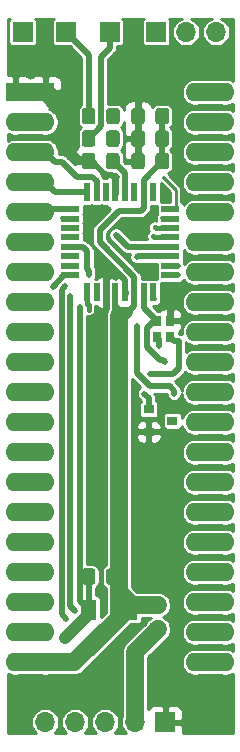
<source format=gbr>
G04 #@! TF.GenerationSoftware,KiCad,Pcbnew,(5.1.10)-1*
G04 #@! TF.CreationDate,2021-10-18T11:35:42-04:00*
G04 #@! TF.ProjectId,6526KernalSwitcher,36353236-4b65-4726-9e61-6c5377697463,rev?*
G04 #@! TF.SameCoordinates,Original*
G04 #@! TF.FileFunction,Copper,L1,Top*
G04 #@! TF.FilePolarity,Positive*
%FSLAX46Y46*%
G04 Gerber Fmt 4.6, Leading zero omitted, Abs format (unit mm)*
G04 Created by KiCad (PCBNEW (5.1.10)-1) date 2021-10-18 11:35:42*
%MOMM*%
%LPD*%
G01*
G04 APERTURE LIST*
G04 #@! TA.AperFunction,ComponentPad*
%ADD10O,1.600000X1.600000*%
G04 #@! TD*
G04 #@! TA.AperFunction,ComponentPad*
%ADD11R,1.600000X1.600000*%
G04 #@! TD*
G04 #@! TA.AperFunction,ComponentPad*
%ADD12R,1.700000X1.700000*%
G04 #@! TD*
G04 #@! TA.AperFunction,ComponentPad*
%ADD13O,1.700000X1.700000*%
G04 #@! TD*
G04 #@! TA.AperFunction,SMDPad,CuDef*
%ADD14R,0.900000X0.800000*%
G04 #@! TD*
G04 #@! TA.AperFunction,SMDPad,CuDef*
%ADD15R,0.800000X0.900000*%
G04 #@! TD*
G04 #@! TA.AperFunction,SMDPad,CuDef*
%ADD16R,1.300000X1.700000*%
G04 #@! TD*
G04 #@! TA.AperFunction,SMDPad,CuDef*
%ADD17R,0.550000X1.600000*%
G04 #@! TD*
G04 #@! TA.AperFunction,SMDPad,CuDef*
%ADD18R,1.600000X0.550000*%
G04 #@! TD*
G04 #@! TA.AperFunction,ViaPad*
%ADD19C,0.800000*%
G04 #@! TD*
G04 #@! TA.AperFunction,ViaPad*
%ADD20C,0.350000*%
G04 #@! TD*
G04 #@! TA.AperFunction,Conductor*
%ADD21C,1.500000*%
G04 #@! TD*
G04 #@! TA.AperFunction,Conductor*
%ADD22C,0.539000*%
G04 #@! TD*
G04 #@! TA.AperFunction,Conductor*
%ADD23C,0.250000*%
G04 #@! TD*
G04 #@! TA.AperFunction,Conductor*
%ADD24C,1.000000*%
G04 #@! TD*
G04 #@! TA.AperFunction,Conductor*
%ADD25C,0.495000*%
G04 #@! TD*
G04 #@! TA.AperFunction,Conductor*
%ADD26C,0.439000*%
G04 #@! TD*
G04 #@! TA.AperFunction,Conductor*
%ADD27C,0.400000*%
G04 #@! TD*
G04 #@! TA.AperFunction,Conductor*
%ADD28C,0.237000*%
G04 #@! TD*
G04 #@! TA.AperFunction,Conductor*
%ADD29C,0.100000*%
G04 #@! TD*
G04 APERTURE END LIST*
D10*
X116840000Y-50800000D03*
X101600000Y-99060000D03*
X116840000Y-53340000D03*
X101600000Y-96520000D03*
X116840000Y-55880000D03*
X101600000Y-93980000D03*
X116840000Y-58420000D03*
X101600000Y-91440000D03*
X116840000Y-60960000D03*
X101600000Y-88900000D03*
X116840000Y-63500000D03*
X101600000Y-86360000D03*
X116840000Y-66040000D03*
X101600000Y-83820000D03*
X116840000Y-68580000D03*
X101600000Y-81280000D03*
X116840000Y-71120000D03*
X101600000Y-78740000D03*
X116840000Y-73660000D03*
X101600000Y-76200000D03*
X116840000Y-76200000D03*
X101600000Y-73660000D03*
X116840000Y-78740000D03*
X101600000Y-71120000D03*
X116840000Y-81280000D03*
X101600000Y-68580000D03*
X116840000Y-83820000D03*
X101600000Y-66040000D03*
X116840000Y-86360000D03*
X101600000Y-63500000D03*
X116840000Y-88900000D03*
X101600000Y-60960000D03*
X116840000Y-91440000D03*
X101600000Y-58420000D03*
X116840000Y-93980000D03*
X101600000Y-55880000D03*
X116840000Y-96520000D03*
X101600000Y-53340000D03*
X116840000Y-99060000D03*
D11*
X101600000Y-50800000D03*
X99060000Y-50800000D03*
D10*
X114300000Y-99060000D03*
X99060000Y-53340000D03*
X114300000Y-96520000D03*
X99060000Y-55880000D03*
X114300000Y-93980000D03*
X99060000Y-58420000D03*
X114300000Y-91440000D03*
X99060000Y-60960000D03*
X114300000Y-88900000D03*
X99060000Y-63500000D03*
X114300000Y-86360000D03*
X99060000Y-66040000D03*
X114300000Y-83820000D03*
X99060000Y-68580000D03*
X114300000Y-81280000D03*
X99060000Y-71120000D03*
X114300000Y-78740000D03*
X99060000Y-73660000D03*
X114300000Y-76200000D03*
X99060000Y-76200000D03*
X114300000Y-73660000D03*
X99060000Y-78740000D03*
X114300000Y-71120000D03*
X99060000Y-81280000D03*
X114300000Y-68580000D03*
X99060000Y-83820000D03*
X114300000Y-66040000D03*
X99060000Y-86360000D03*
X114300000Y-63500000D03*
X99060000Y-88900000D03*
X114300000Y-60960000D03*
X99060000Y-91440000D03*
X114300000Y-58420000D03*
X99060000Y-93980000D03*
X114300000Y-55880000D03*
X99060000Y-96520000D03*
X114300000Y-53340000D03*
X99060000Y-99060000D03*
X114300000Y-50800000D03*
G04 #@! TA.AperFunction,SMDPad,CuDef*
G36*
G01*
X107899000Y-56191999D02*
X107899000Y-57092001D01*
G75*
G02*
X107649001Y-57342000I-249999J0D01*
G01*
X106998999Y-57342000D01*
G75*
G02*
X106749000Y-57092001I0J249999D01*
G01*
X106749000Y-56191999D01*
G75*
G02*
X106998999Y-55942000I249999J0D01*
G01*
X107649001Y-55942000D01*
G75*
G02*
X107899000Y-56191999I0J-249999D01*
G01*
G37*
G04 #@! TD.AperFunction*
G04 #@! TA.AperFunction,SMDPad,CuDef*
G36*
G01*
X105849000Y-56191999D02*
X105849000Y-57092001D01*
G75*
G02*
X105599001Y-57342000I-249999J0D01*
G01*
X104948999Y-57342000D01*
G75*
G02*
X104699000Y-57092001I0J249999D01*
G01*
X104699000Y-56191999D01*
G75*
G02*
X104948999Y-55942000I249999J0D01*
G01*
X105599001Y-55942000D01*
G75*
G02*
X105849000Y-56191999I0J-249999D01*
G01*
G37*
G04 #@! TD.AperFunction*
G04 #@! TA.AperFunction,SMDPad,CuDef*
G36*
G01*
X110040000Y-52381999D02*
X110040000Y-53282001D01*
G75*
G02*
X109790001Y-53532000I-249999J0D01*
G01*
X109139999Y-53532000D01*
G75*
G02*
X108890000Y-53282001I0J249999D01*
G01*
X108890000Y-52381999D01*
G75*
G02*
X109139999Y-52132000I249999J0D01*
G01*
X109790001Y-52132000D01*
G75*
G02*
X110040000Y-52381999I0J-249999D01*
G01*
G37*
G04 #@! TD.AperFunction*
G04 #@! TA.AperFunction,SMDPad,CuDef*
G36*
G01*
X112090000Y-52381999D02*
X112090000Y-53282001D01*
G75*
G02*
X111840001Y-53532000I-249999J0D01*
G01*
X111189999Y-53532000D01*
G75*
G02*
X110940000Y-53282001I0J249999D01*
G01*
X110940000Y-52381999D01*
G75*
G02*
X111189999Y-52132000I249999J0D01*
G01*
X111840001Y-52132000D01*
G75*
G02*
X112090000Y-52381999I0J-249999D01*
G01*
G37*
G04 #@! TD.AperFunction*
G04 #@! TA.AperFunction,SMDPad,CuDef*
G36*
G01*
X112090000Y-54286999D02*
X112090000Y-55187001D01*
G75*
G02*
X111840001Y-55437000I-249999J0D01*
G01*
X111189999Y-55437000D01*
G75*
G02*
X110940000Y-55187001I0J249999D01*
G01*
X110940000Y-54286999D01*
G75*
G02*
X111189999Y-54037000I249999J0D01*
G01*
X111840001Y-54037000D01*
G75*
G02*
X112090000Y-54286999I0J-249999D01*
G01*
G37*
G04 #@! TD.AperFunction*
G04 #@! TA.AperFunction,SMDPad,CuDef*
G36*
G01*
X110040000Y-54286999D02*
X110040000Y-55187001D01*
G75*
G02*
X109790001Y-55437000I-249999J0D01*
G01*
X109139999Y-55437000D01*
G75*
G02*
X108890000Y-55187001I0J249999D01*
G01*
X108890000Y-54286999D01*
G75*
G02*
X109139999Y-54037000I249999J0D01*
G01*
X109790001Y-54037000D01*
G75*
G02*
X110040000Y-54286999I0J-249999D01*
G01*
G37*
G04 #@! TD.AperFunction*
G04 #@! TA.AperFunction,SMDPad,CuDef*
G36*
G01*
X110040000Y-56191999D02*
X110040000Y-57092001D01*
G75*
G02*
X109790001Y-57342000I-249999J0D01*
G01*
X109139999Y-57342000D01*
G75*
G02*
X108890000Y-57092001I0J249999D01*
G01*
X108890000Y-56191999D01*
G75*
G02*
X109139999Y-55942000I249999J0D01*
G01*
X109790001Y-55942000D01*
G75*
G02*
X110040000Y-56191999I0J-249999D01*
G01*
G37*
G04 #@! TD.AperFunction*
G04 #@! TA.AperFunction,SMDPad,CuDef*
G36*
G01*
X112090000Y-56191999D02*
X112090000Y-57092001D01*
G75*
G02*
X111840001Y-57342000I-249999J0D01*
G01*
X111189999Y-57342000D01*
G75*
G02*
X110940000Y-57092001I0J249999D01*
G01*
X110940000Y-56191999D01*
G75*
G02*
X111189999Y-55942000I249999J0D01*
G01*
X111840001Y-55942000D01*
G75*
G02*
X112090000Y-56191999I0J-249999D01*
G01*
G37*
G04 #@! TD.AperFunction*
D12*
X103378000Y-45720000D03*
X111760000Y-104140000D03*
D13*
X109220000Y-104140000D03*
X106680000Y-104140000D03*
X104140000Y-104140000D03*
X101600000Y-104140000D03*
D12*
X110998000Y-45720000D03*
D13*
X113538000Y-45720000D03*
X116078000Y-45720000D03*
D12*
X107061000Y-45720000D03*
X99695000Y-45720000D03*
D14*
X110379000Y-77663000D03*
X110379000Y-79563000D03*
X112379000Y-78613000D03*
G04 #@! TA.AperFunction,SMDPad,CuDef*
G36*
G01*
X106758000Y-53282001D02*
X106758000Y-52381999D01*
G75*
G02*
X107007999Y-52132000I249999J0D01*
G01*
X107658001Y-52132000D01*
G75*
G02*
X107908000Y-52381999I0J-249999D01*
G01*
X107908000Y-53282001D01*
G75*
G02*
X107658001Y-53532000I-249999J0D01*
G01*
X107007999Y-53532000D01*
G75*
G02*
X106758000Y-53282001I0J249999D01*
G01*
G37*
G04 #@! TD.AperFunction*
G04 #@! TA.AperFunction,SMDPad,CuDef*
G36*
G01*
X104708000Y-53282001D02*
X104708000Y-52381999D01*
G75*
G02*
X104957999Y-52132000I249999J0D01*
G01*
X105608001Y-52132000D01*
G75*
G02*
X105858000Y-52381999I0J-249999D01*
G01*
X105858000Y-53282001D01*
G75*
G02*
X105608001Y-53532000I-249999J0D01*
G01*
X104957999Y-53532000D01*
G75*
G02*
X104708000Y-53282001I0J249999D01*
G01*
G37*
G04 #@! TD.AperFunction*
G04 #@! TA.AperFunction,SMDPad,CuDef*
G36*
G01*
X104699000Y-55187001D02*
X104699000Y-54286999D01*
G75*
G02*
X104948999Y-54037000I249999J0D01*
G01*
X105599001Y-54037000D01*
G75*
G02*
X105849000Y-54286999I0J-249999D01*
G01*
X105849000Y-55187001D01*
G75*
G02*
X105599001Y-55437000I-249999J0D01*
G01*
X104948999Y-55437000D01*
G75*
G02*
X104699000Y-55187001I0J249999D01*
G01*
G37*
G04 #@! TD.AperFunction*
G04 #@! TA.AperFunction,SMDPad,CuDef*
G36*
G01*
X106749000Y-55187001D02*
X106749000Y-54286999D01*
G75*
G02*
X106998999Y-54037000I249999J0D01*
G01*
X107649001Y-54037000D01*
G75*
G02*
X107899000Y-54286999I0J-249999D01*
G01*
X107899000Y-55187001D01*
G75*
G02*
X107649001Y-55437000I-249999J0D01*
G01*
X106998999Y-55437000D01*
G75*
G02*
X106749000Y-55187001I0J249999D01*
G01*
G37*
G04 #@! TD.AperFunction*
D15*
X111083000Y-70166000D03*
X111083000Y-71566000D03*
X112183000Y-71566000D03*
X112183000Y-70166000D03*
G04 #@! TA.AperFunction,SMDPad,CuDef*
G36*
G01*
X107899000Y-91370999D02*
X107899000Y-92271001D01*
G75*
G02*
X107649001Y-92521000I-249999J0D01*
G01*
X106998999Y-92521000D01*
G75*
G02*
X106749000Y-92271001I0J249999D01*
G01*
X106749000Y-91370999D01*
G75*
G02*
X106998999Y-91121000I249999J0D01*
G01*
X107649001Y-91121000D01*
G75*
G02*
X107899000Y-91370999I0J-249999D01*
G01*
G37*
G04 #@! TD.AperFunction*
G04 #@! TA.AperFunction,SMDPad,CuDef*
G36*
G01*
X105849000Y-91370999D02*
X105849000Y-92271001D01*
G75*
G02*
X105599001Y-92521000I-249999J0D01*
G01*
X104948999Y-92521000D01*
G75*
G02*
X104699000Y-92271001I0J249999D01*
G01*
X104699000Y-91370999D01*
G75*
G02*
X104948999Y-91121000I249999J0D01*
G01*
X105599001Y-91121000D01*
G75*
G02*
X105849000Y-91370999I0J-249999D01*
G01*
G37*
G04 #@! TD.AperFunction*
G04 #@! TA.AperFunction,SMDPad,CuDef*
G36*
G01*
X110674999Y-95700000D02*
X111575001Y-95700000D01*
G75*
G02*
X111825000Y-95949999I0J-249999D01*
G01*
X111825000Y-96600001D01*
G75*
G02*
X111575001Y-96850000I-249999J0D01*
G01*
X110674999Y-96850000D01*
G75*
G02*
X110425000Y-96600001I0J249999D01*
G01*
X110425000Y-95949999D01*
G75*
G02*
X110674999Y-95700000I249999J0D01*
G01*
G37*
G04 #@! TD.AperFunction*
G04 #@! TA.AperFunction,SMDPad,CuDef*
G36*
G01*
X110674999Y-93650000D02*
X111575001Y-93650000D01*
G75*
G02*
X111825000Y-93899999I0J-249999D01*
G01*
X111825000Y-94550001D01*
G75*
G02*
X111575001Y-94800000I-249999J0D01*
G01*
X110674999Y-94800000D01*
G75*
G02*
X110425000Y-94550001I0J249999D01*
G01*
X110425000Y-93899999D01*
G75*
G02*
X110674999Y-93650000I249999J0D01*
G01*
G37*
G04 #@! TD.AperFunction*
D16*
X108811000Y-94615000D03*
X105311000Y-94615000D03*
D17*
X105150000Y-67750000D03*
X105950000Y-67750000D03*
X106750000Y-67750000D03*
X107550000Y-67750000D03*
X108350000Y-67750000D03*
X109150000Y-67750000D03*
X109950000Y-67750000D03*
X110750000Y-67750000D03*
D18*
X112200000Y-66300000D03*
X112200000Y-65500000D03*
X112200000Y-64700000D03*
X112200000Y-63900000D03*
X112200000Y-63100000D03*
X112200000Y-62300000D03*
X112200000Y-61500000D03*
X112200000Y-60700000D03*
D17*
X110750000Y-59250000D03*
X109950000Y-59250000D03*
X109150000Y-59250000D03*
X108350000Y-59250000D03*
X107550000Y-59250000D03*
X106750000Y-59250000D03*
X105950000Y-59250000D03*
X105150000Y-59250000D03*
D18*
X103700000Y-60700000D03*
X103700000Y-61500000D03*
X103700000Y-62300000D03*
X103700000Y-63100000D03*
X103700000Y-63900000D03*
X103700000Y-64700000D03*
X103700000Y-65500000D03*
X103700000Y-66300000D03*
D19*
X114808000Y-48133000D03*
D20*
X111252000Y-72263000D03*
X109474000Y-53721000D03*
X109474000Y-55626000D03*
D19*
X107442000Y-66294000D03*
D20*
X110236000Y-79502000D03*
X112141000Y-69215000D03*
X101600000Y-46228000D03*
X109093000Y-46101000D03*
X117094000Y-47879000D03*
X112395000Y-47371000D03*
D19*
X105283000Y-56642000D03*
X99314000Y-100838000D03*
D20*
X108966000Y-62992000D03*
X110490000Y-65786000D03*
X112141000Y-59563000D03*
X116078000Y-64770000D03*
X114808000Y-72390000D03*
X113284000Y-75057000D03*
X109982000Y-60071000D03*
X108458000Y-76327000D03*
X111760000Y-73660000D03*
X110490000Y-69596000D03*
X110490000Y-74676000D03*
X110871000Y-68326000D03*
X112903000Y-71882000D03*
X111633000Y-58039000D03*
X110744000Y-59055000D03*
X111506000Y-61468000D03*
X105283000Y-66294000D03*
X104521000Y-68961000D03*
X103251000Y-97028000D03*
X104013000Y-64770000D03*
X103736010Y-68094990D03*
X104140000Y-94742000D03*
X103505000Y-65532000D03*
X103315989Y-67247989D03*
X103378000Y-95377000D03*
X105918000Y-67183000D03*
X112903000Y-66294000D03*
X112903000Y-65532000D03*
X104013000Y-63119000D03*
X107569000Y-62865000D03*
X109982000Y-76327000D03*
X112522000Y-78613000D03*
X112522000Y-76327000D03*
X109347000Y-70612000D03*
X109347000Y-64770000D03*
X107061000Y-53340000D03*
X110744000Y-62992000D03*
X107696000Y-54991000D03*
X110871000Y-62230000D03*
X105283000Y-69244117D03*
X102997000Y-61468000D03*
X103251000Y-62357000D03*
X102235000Y-67283862D03*
D21*
X99060000Y-50800000D02*
X101600000Y-50800000D01*
X103632000Y-52781998D02*
X103632000Y-55576254D01*
X101650002Y-50800000D02*
X103632000Y-52781998D01*
X101600000Y-50800000D02*
X101650002Y-50800000D01*
D22*
X109465000Y-52832000D02*
X109465000Y-54737000D01*
X109465000Y-54737000D02*
X109465000Y-56642000D01*
X108350000Y-66694000D02*
X108350000Y-67750000D01*
X107950000Y-66294000D02*
X108350000Y-66694000D01*
X107188000Y-66294000D02*
X107442000Y-66294000D01*
X106750000Y-67750000D02*
X106750000Y-66732000D01*
X106750000Y-66732000D02*
X107188000Y-66294000D01*
X107442000Y-66294000D02*
X107950000Y-66294000D01*
X111252000Y-71735000D02*
X111083000Y-71566000D01*
X111252000Y-72263000D02*
X111252000Y-71735000D01*
X112141000Y-70124000D02*
X112183000Y-70166000D01*
X112141000Y-69215000D02*
X112141000Y-70124000D01*
X106700968Y-57811510D02*
X105531458Y-56642000D01*
X107231612Y-57811510D02*
X106700968Y-57811510D01*
X105531458Y-56642000D02*
X105283000Y-56642000D01*
X107550000Y-58129898D02*
X107231612Y-57811510D01*
X107550000Y-59250000D02*
X107550000Y-58129898D01*
X104699000Y-56642000D02*
X103633254Y-55576254D01*
X103633254Y-55576254D02*
X103632000Y-55576254D01*
X105274000Y-56642000D02*
X104699000Y-56642000D01*
X105283000Y-56642000D02*
X105274000Y-56642000D01*
D21*
X99060000Y-99060000D02*
X101600000Y-99060000D01*
D22*
X109950000Y-58207000D02*
X111515000Y-56642000D01*
X109950000Y-59250000D02*
X109950000Y-58207000D01*
X111515000Y-56642000D02*
X111515000Y-54737000D01*
X111515000Y-54737000D02*
X111515000Y-52832000D01*
X109950000Y-60039000D02*
X109982000Y-60071000D01*
X109950000Y-59250000D02*
X109950000Y-60039000D01*
X107550000Y-68870102D02*
X107894898Y-69215000D01*
X107550000Y-67750000D02*
X107550000Y-68870102D01*
X107894898Y-69215000D02*
X108585000Y-69215000D01*
X108585000Y-69215000D02*
X108712000Y-69215000D01*
X108805102Y-69215000D02*
X108585000Y-69215000D01*
X109150000Y-68870102D02*
X108805102Y-69215000D01*
X109150000Y-67750000D02*
X109150000Y-68870102D01*
X109150000Y-67750000D02*
X109150000Y-66448883D01*
X109150000Y-66448883D02*
X106201117Y-63500000D01*
X106201117Y-63500000D02*
X106201117Y-62454883D01*
X106201117Y-62454883D02*
X107823000Y-60833000D01*
X107823000Y-60833000D02*
X109706000Y-60833000D01*
X109950000Y-60589000D02*
X109950000Y-59250000D01*
X109706000Y-60833000D02*
X109950000Y-60589000D01*
X107550000Y-69089000D02*
X107550000Y-67750000D01*
X107640898Y-69469000D02*
X107894898Y-69215000D01*
X108805102Y-69502898D02*
X107823000Y-70485000D01*
X108805102Y-69215000D02*
X108805102Y-69502898D01*
D21*
X107823000Y-70485000D02*
X107823000Y-69723000D01*
D22*
X107550000Y-70212000D02*
X107823000Y-70485000D01*
X107550000Y-67750000D02*
X107550000Y-70212000D01*
X108155000Y-93472000D02*
X107823000Y-93472000D01*
X108663000Y-93980000D02*
X108155000Y-93472000D01*
D21*
X107823000Y-94615000D02*
X107823000Y-93472000D01*
D22*
X108028000Y-94615000D02*
X107823000Y-94615000D01*
X108663000Y-93980000D02*
X108028000Y-94615000D01*
X109338000Y-93980000D02*
X108663000Y-93980000D01*
X107823000Y-92465000D02*
X109338000Y-93980000D01*
X107823000Y-90805000D02*
X107823000Y-92465000D01*
D21*
X107823000Y-90805000D02*
X107823000Y-70485000D01*
X107823000Y-93472000D02*
X107823000Y-90805000D01*
D22*
X108703000Y-94615000D02*
X109338000Y-93980000D01*
X108028000Y-94615000D02*
X108703000Y-94615000D01*
D21*
X107823000Y-95313002D02*
X107823000Y-94615000D01*
X104076002Y-99060000D02*
X107823000Y-95313002D01*
X101600000Y-99060000D02*
X104076002Y-99060000D01*
X108911002Y-94225000D02*
X107823000Y-95313002D01*
X111125000Y-94225000D02*
X108911002Y-94225000D01*
D22*
X109950000Y-69033000D02*
X110882500Y-69965500D01*
X109950000Y-67750000D02*
X109950000Y-69033000D01*
X110787898Y-70166000D02*
X111083000Y-70166000D01*
X110213499Y-70740399D02*
X110787898Y-70166000D01*
X110213499Y-72391601D02*
X110213499Y-70740399D01*
X111306899Y-73485001D02*
X110213499Y-72391601D01*
X111585001Y-73485001D02*
X111306899Y-73485001D01*
X111760000Y-73660000D02*
X111585001Y-73485001D01*
X110882500Y-69965500D02*
X111083000Y-70166000D01*
X112499000Y-71882000D02*
X112183000Y-71566000D01*
X112903000Y-71882000D02*
X112499000Y-71882000D01*
X110490000Y-74676000D02*
X112395000Y-74676000D01*
X112395000Y-74676000D02*
X112903000Y-74168000D01*
X112903000Y-74168000D02*
X112903000Y-71882000D01*
X105283000Y-52832000D02*
X105283000Y-47625000D01*
X105283000Y-47625000D02*
X103378000Y-45720000D01*
D23*
X112200000Y-60700000D02*
X112389000Y-60700000D01*
X112200000Y-60700000D02*
X112528000Y-60700000D01*
X112528000Y-60700000D02*
X112649000Y-60579000D01*
X112649000Y-60579000D02*
X112649000Y-59055000D01*
X112649000Y-59055000D02*
X111633000Y-58039000D01*
D22*
X104820102Y-63900000D02*
X105156000Y-64235898D01*
X103700000Y-63900000D02*
X104820102Y-63900000D01*
X105156000Y-64235898D02*
X105156000Y-65786000D01*
X105156000Y-65786000D02*
X105283000Y-65913000D01*
X105283000Y-65913000D02*
X105283000Y-66294000D01*
X103425999Y-96853001D02*
X103251000Y-97028000D01*
X104879008Y-95399992D02*
X103425999Y-96853001D01*
X104879008Y-94211008D02*
X104879008Y-95399992D01*
X104521000Y-93853000D02*
X104879008Y-94211008D01*
X104521000Y-68961000D02*
X104521000Y-93853000D01*
X105274000Y-93980000D02*
X105274000Y-91821000D01*
D24*
X105311000Y-94968000D02*
X105311000Y-94615000D01*
X103251000Y-97028000D02*
X105311000Y-94968000D01*
D22*
X103736010Y-94338010D02*
X104140000Y-94742000D01*
X103736010Y-68094990D02*
X103736010Y-94338010D01*
X102997000Y-94996000D02*
X103378000Y-95377000D01*
X102997000Y-67566978D02*
X103315989Y-67247989D01*
X102997000Y-94996000D02*
X102997000Y-67566978D01*
D25*
X107061000Y-47065000D02*
X107061000Y-45720000D01*
X106310490Y-47815510D02*
X107061000Y-47065000D01*
X106310490Y-53700510D02*
X106310490Y-47815510D01*
X105274000Y-54737000D02*
X106310490Y-53700510D01*
D22*
X110861000Y-63900000D02*
X110842000Y-63881000D01*
X112200000Y-63900000D02*
X110861000Y-63900000D01*
X110842000Y-63881000D02*
X108585000Y-63881000D01*
X108585000Y-63881000D02*
X107569000Y-62865000D01*
X110379000Y-77663000D02*
X110379000Y-76724000D01*
X110379000Y-76724000D02*
X109982000Y-76327000D01*
D21*
X114300000Y-66040000D02*
X116840000Y-66040000D01*
D22*
X112522000Y-76079513D02*
X112134487Y-75692000D01*
X112522000Y-76327000D02*
X112522000Y-76079513D01*
X112134487Y-75692000D02*
X110490000Y-75692000D01*
X110460883Y-75692000D02*
X109347000Y-74578117D01*
X110490000Y-75692000D02*
X110460883Y-75692000D01*
X109347000Y-74578117D02*
X109347000Y-70612000D01*
X109417000Y-64700000D02*
X109347000Y-64770000D01*
X112200000Y-64700000D02*
X109417000Y-64700000D01*
D26*
X110852000Y-63100000D02*
X110744000Y-62992000D01*
X112200000Y-63100000D02*
X110852000Y-63100000D01*
X110941000Y-62300000D02*
X110871000Y-62230000D01*
X112200000Y-62300000D02*
X110941000Y-62300000D01*
D21*
X99060000Y-81280000D02*
X101600000Y-81280000D01*
D27*
X105150000Y-67750000D02*
X105150000Y-68701000D01*
X105283000Y-68834000D02*
X105283000Y-69244117D01*
X105150000Y-68701000D02*
X105283000Y-68834000D01*
D21*
X99060000Y-55880000D02*
X101600000Y-55880000D01*
D22*
X105950000Y-58293000D02*
X105605102Y-57948102D01*
X101600000Y-55880000D02*
X102399999Y-56679999D01*
X105950000Y-58293000D02*
X105950000Y-59250000D01*
X104279202Y-57948102D02*
X105605102Y-57948102D01*
X103011099Y-56679999D02*
X104279202Y-57948102D01*
X102399999Y-56679999D02*
X103011099Y-56679999D01*
D21*
X99060000Y-58420000D02*
X101600000Y-58420000D01*
D22*
X102430000Y-59250000D02*
X101600000Y-58420000D01*
X105150000Y-59250000D02*
X102430000Y-59250000D01*
D21*
X99060000Y-60960000D02*
X101600000Y-60960000D01*
D22*
X101860000Y-60700000D02*
X101600000Y-60960000D01*
X103700000Y-60700000D02*
X101860000Y-60700000D01*
D21*
X99060000Y-63500000D02*
X101600000Y-63500000D01*
X99060000Y-71120000D02*
X101600000Y-71120000D01*
X99060000Y-73660000D02*
X101600000Y-73660000D01*
D22*
X103218862Y-66300000D02*
X102235000Y-67283862D01*
X103700000Y-66300000D02*
X103218862Y-66300000D01*
D21*
X114300000Y-50800000D02*
X116840000Y-50800000D01*
X114300000Y-53340000D02*
X116840000Y-53340000D01*
X99060000Y-96520000D02*
X101600000Y-96520000D01*
X114300000Y-55880000D02*
X116840000Y-55880000D01*
X99060000Y-93980000D02*
X101600000Y-93980000D01*
X114300000Y-58420000D02*
X116840000Y-58420000D01*
X99060000Y-91440000D02*
X101600000Y-91440000D01*
X114300000Y-60960000D02*
X116840000Y-60960000D01*
X99060000Y-88900000D02*
X101600000Y-88900000D01*
X114300000Y-63500000D02*
X116840000Y-63500000D01*
X99060000Y-86360000D02*
X101600000Y-86360000D01*
X99060000Y-83820000D02*
X101600000Y-83820000D01*
X114300000Y-68580000D02*
X116840000Y-68580000D01*
X114300000Y-71120000D02*
X116840000Y-71120000D01*
X99060000Y-78740000D02*
X101600000Y-78740000D01*
X114300000Y-73660000D02*
X116840000Y-73660000D01*
X99060000Y-76200000D02*
X101600000Y-76200000D01*
X114300000Y-76200000D02*
X116840000Y-76200000D01*
X114300000Y-78740000D02*
X116840000Y-78740000D01*
X114300000Y-81280000D02*
X116840000Y-81280000D01*
X99060000Y-68580000D02*
X101600000Y-68580000D01*
X114300000Y-83820000D02*
X116840000Y-83820000D01*
X99060000Y-66040000D02*
X101600000Y-66040000D01*
X114300000Y-86360000D02*
X116840000Y-86360000D01*
X114300000Y-88900000D02*
X116840000Y-88900000D01*
X114300000Y-91440000D02*
X116840000Y-91440000D01*
X114300000Y-93980000D02*
X116840000Y-93980000D01*
X114300000Y-96520000D02*
X116840000Y-96520000D01*
X99060000Y-53340000D02*
X101600000Y-53340000D01*
X114300000Y-99060000D02*
X116840000Y-99060000D01*
X109220000Y-98180000D02*
X109220000Y-104140000D01*
X111125000Y-96275000D02*
X109220000Y-98180000D01*
D22*
X108350000Y-57668000D02*
X107324000Y-56642000D01*
X108350000Y-59250000D02*
X108350000Y-57668000D01*
D28*
X110507845Y-95351363D02*
X110473331Y-95379688D01*
X110442626Y-95389002D01*
X110337646Y-95445115D01*
X110245630Y-95520630D01*
X110170115Y-95612646D01*
X110114002Y-95717626D01*
X110111843Y-95724744D01*
X108476703Y-97359885D01*
X108434511Y-97394511D01*
X108296363Y-97562845D01*
X108236148Y-97675500D01*
X108193709Y-97754897D01*
X108130496Y-97963285D01*
X108109151Y-98180000D01*
X108114500Y-98234308D01*
X108114501Y-103658789D01*
X108060827Y-103788369D01*
X108014500Y-104021269D01*
X108014500Y-104258731D01*
X108060827Y-104491631D01*
X108151700Y-104711018D01*
X108283627Y-104908462D01*
X108404665Y-105029500D01*
X107495335Y-105029500D01*
X107616373Y-104908462D01*
X107748300Y-104711018D01*
X107839173Y-104491631D01*
X107885500Y-104258731D01*
X107885500Y-104021269D01*
X107839173Y-103788369D01*
X107748300Y-103568982D01*
X107616373Y-103371538D01*
X107448462Y-103203627D01*
X107251018Y-103071700D01*
X107031631Y-102980827D01*
X106798731Y-102934500D01*
X106561269Y-102934500D01*
X106328369Y-102980827D01*
X106108982Y-103071700D01*
X105911538Y-103203627D01*
X105743627Y-103371538D01*
X105611700Y-103568982D01*
X105520827Y-103788369D01*
X105474500Y-104021269D01*
X105474500Y-104258731D01*
X105520827Y-104491631D01*
X105611700Y-104711018D01*
X105743627Y-104908462D01*
X105864665Y-105029500D01*
X104955335Y-105029500D01*
X105076373Y-104908462D01*
X105208300Y-104711018D01*
X105299173Y-104491631D01*
X105345500Y-104258731D01*
X105345500Y-104021269D01*
X105299173Y-103788369D01*
X105208300Y-103568982D01*
X105076373Y-103371538D01*
X104908462Y-103203627D01*
X104711018Y-103071700D01*
X104491631Y-102980827D01*
X104258731Y-102934500D01*
X104021269Y-102934500D01*
X103788369Y-102980827D01*
X103568982Y-103071700D01*
X103371538Y-103203627D01*
X103203627Y-103371538D01*
X103071700Y-103568982D01*
X102980827Y-103788369D01*
X102934500Y-104021269D01*
X102934500Y-104258731D01*
X102980827Y-104491631D01*
X103071700Y-104711018D01*
X103203627Y-104908462D01*
X103324665Y-105029500D01*
X102415335Y-105029500D01*
X102536373Y-104908462D01*
X102668300Y-104711018D01*
X102759173Y-104491631D01*
X102805500Y-104258731D01*
X102805500Y-104021269D01*
X102759173Y-103788369D01*
X102668300Y-103568982D01*
X102536373Y-103371538D01*
X102368462Y-103203627D01*
X102171018Y-103071700D01*
X101951631Y-102980827D01*
X101718731Y-102934500D01*
X101481269Y-102934500D01*
X101248369Y-102980827D01*
X101028982Y-103071700D01*
X100831538Y-103203627D01*
X100663627Y-103371538D01*
X100531700Y-103568982D01*
X100440827Y-103788369D01*
X100394500Y-104021269D01*
X100394500Y-104258731D01*
X100440827Y-104491631D01*
X100531700Y-104711018D01*
X100663627Y-104908462D01*
X100784665Y-105029500D01*
X98424500Y-105029500D01*
X98424500Y-100025080D01*
X98512665Y-100083991D01*
X98722953Y-100171095D01*
X98946193Y-100215500D01*
X99173807Y-100215500D01*
X99397047Y-100171095D01*
X99410555Y-100165500D01*
X101249445Y-100165500D01*
X101262953Y-100171095D01*
X101486193Y-100215500D01*
X101713807Y-100215500D01*
X101937047Y-100171095D01*
X101950555Y-100165500D01*
X104021694Y-100165500D01*
X104076002Y-100170849D01*
X104130310Y-100165500D01*
X104292718Y-100149504D01*
X104501106Y-100086291D01*
X104693157Y-99983637D01*
X104861491Y-99845489D01*
X104896117Y-99803297D01*
X108566302Y-96133113D01*
X108608489Y-96098491D01*
X108643115Y-96056299D01*
X108877194Y-95822220D01*
X109461000Y-95822220D01*
X109530690Y-95815356D01*
X109597702Y-95795028D01*
X109659461Y-95762018D01*
X109713593Y-95717593D01*
X109758018Y-95663461D01*
X109791028Y-95601702D01*
X109811356Y-95534690D01*
X109818220Y-95465000D01*
X109818220Y-95330500D01*
X110546877Y-95330500D01*
X110507845Y-95351363D01*
G04 #@! TA.AperFunction,Conductor*
D29*
G36*
X110507845Y-95351363D02*
G01*
X110473331Y-95379688D01*
X110442626Y-95389002D01*
X110337646Y-95445115D01*
X110245630Y-95520630D01*
X110170115Y-95612646D01*
X110114002Y-95717626D01*
X110111843Y-95724744D01*
X108476703Y-97359885D01*
X108434511Y-97394511D01*
X108296363Y-97562845D01*
X108236148Y-97675500D01*
X108193709Y-97754897D01*
X108130496Y-97963285D01*
X108109151Y-98180000D01*
X108114500Y-98234308D01*
X108114501Y-103658789D01*
X108060827Y-103788369D01*
X108014500Y-104021269D01*
X108014500Y-104258731D01*
X108060827Y-104491631D01*
X108151700Y-104711018D01*
X108283627Y-104908462D01*
X108404665Y-105029500D01*
X107495335Y-105029500D01*
X107616373Y-104908462D01*
X107748300Y-104711018D01*
X107839173Y-104491631D01*
X107885500Y-104258731D01*
X107885500Y-104021269D01*
X107839173Y-103788369D01*
X107748300Y-103568982D01*
X107616373Y-103371538D01*
X107448462Y-103203627D01*
X107251018Y-103071700D01*
X107031631Y-102980827D01*
X106798731Y-102934500D01*
X106561269Y-102934500D01*
X106328369Y-102980827D01*
X106108982Y-103071700D01*
X105911538Y-103203627D01*
X105743627Y-103371538D01*
X105611700Y-103568982D01*
X105520827Y-103788369D01*
X105474500Y-104021269D01*
X105474500Y-104258731D01*
X105520827Y-104491631D01*
X105611700Y-104711018D01*
X105743627Y-104908462D01*
X105864665Y-105029500D01*
X104955335Y-105029500D01*
X105076373Y-104908462D01*
X105208300Y-104711018D01*
X105299173Y-104491631D01*
X105345500Y-104258731D01*
X105345500Y-104021269D01*
X105299173Y-103788369D01*
X105208300Y-103568982D01*
X105076373Y-103371538D01*
X104908462Y-103203627D01*
X104711018Y-103071700D01*
X104491631Y-102980827D01*
X104258731Y-102934500D01*
X104021269Y-102934500D01*
X103788369Y-102980827D01*
X103568982Y-103071700D01*
X103371538Y-103203627D01*
X103203627Y-103371538D01*
X103071700Y-103568982D01*
X102980827Y-103788369D01*
X102934500Y-104021269D01*
X102934500Y-104258731D01*
X102980827Y-104491631D01*
X103071700Y-104711018D01*
X103203627Y-104908462D01*
X103324665Y-105029500D01*
X102415335Y-105029500D01*
X102536373Y-104908462D01*
X102668300Y-104711018D01*
X102759173Y-104491631D01*
X102805500Y-104258731D01*
X102805500Y-104021269D01*
X102759173Y-103788369D01*
X102668300Y-103568982D01*
X102536373Y-103371538D01*
X102368462Y-103203627D01*
X102171018Y-103071700D01*
X101951631Y-102980827D01*
X101718731Y-102934500D01*
X101481269Y-102934500D01*
X101248369Y-102980827D01*
X101028982Y-103071700D01*
X100831538Y-103203627D01*
X100663627Y-103371538D01*
X100531700Y-103568982D01*
X100440827Y-103788369D01*
X100394500Y-104021269D01*
X100394500Y-104258731D01*
X100440827Y-104491631D01*
X100531700Y-104711018D01*
X100663627Y-104908462D01*
X100784665Y-105029500D01*
X98424500Y-105029500D01*
X98424500Y-100025080D01*
X98512665Y-100083991D01*
X98722953Y-100171095D01*
X98946193Y-100215500D01*
X99173807Y-100215500D01*
X99397047Y-100171095D01*
X99410555Y-100165500D01*
X101249445Y-100165500D01*
X101262953Y-100171095D01*
X101486193Y-100215500D01*
X101713807Y-100215500D01*
X101937047Y-100171095D01*
X101950555Y-100165500D01*
X104021694Y-100165500D01*
X104076002Y-100170849D01*
X104130310Y-100165500D01*
X104292718Y-100149504D01*
X104501106Y-100086291D01*
X104693157Y-99983637D01*
X104861491Y-99845489D01*
X104896117Y-99803297D01*
X108566302Y-96133113D01*
X108608489Y-96098491D01*
X108643115Y-96056299D01*
X108877194Y-95822220D01*
X109461000Y-95822220D01*
X109530690Y-95815356D01*
X109597702Y-95795028D01*
X109659461Y-95762018D01*
X109713593Y-95717593D01*
X109758018Y-95663461D01*
X109791028Y-95601702D01*
X109811356Y-95534690D01*
X109818220Y-95465000D01*
X109818220Y-95330500D01*
X110546877Y-95330500D01*
X110507845Y-95351363D01*
G37*
G04 #@! TD.AperFunction*
D28*
X109670057Y-75785058D02*
X109633089Y-75804818D01*
X109537920Y-75882920D01*
X109459818Y-75978089D01*
X109401782Y-76086666D01*
X109366044Y-76204479D01*
X109353977Y-76327000D01*
X109366044Y-76449521D01*
X109401782Y-76567334D01*
X109459818Y-76675911D01*
X109518348Y-76747230D01*
X109734815Y-76963697D01*
X109730539Y-76965982D01*
X109676407Y-77010407D01*
X109631982Y-77064539D01*
X109598972Y-77126298D01*
X109578644Y-77193310D01*
X109571780Y-77263000D01*
X109571780Y-78063000D01*
X109578644Y-78132690D01*
X109598972Y-78199702D01*
X109631982Y-78261461D01*
X109676407Y-78315593D01*
X109730539Y-78360018D01*
X109792298Y-78393028D01*
X109859310Y-78413356D01*
X109929000Y-78420220D01*
X110829000Y-78420220D01*
X110898690Y-78413356D01*
X110965702Y-78393028D01*
X111027461Y-78360018D01*
X111081593Y-78315593D01*
X111126018Y-78261461D01*
X111159028Y-78199702D01*
X111179356Y-78132690D01*
X111186220Y-78063000D01*
X111186220Y-77263000D01*
X111179356Y-77193310D01*
X111159028Y-77126298D01*
X111126018Y-77064539D01*
X111081593Y-77010407D01*
X111027461Y-76965982D01*
X111004000Y-76953442D01*
X111004000Y-76754701D01*
X111007024Y-76724000D01*
X111004000Y-76693296D01*
X110994957Y-76601479D01*
X110959219Y-76483666D01*
X110901183Y-76375089D01*
X110853511Y-76317000D01*
X111875605Y-76317000D01*
X111897000Y-76338395D01*
X111897000Y-76357703D01*
X111906043Y-76449520D01*
X111941781Y-76567333D01*
X111999817Y-76675910D01*
X112077920Y-76771080D01*
X112173089Y-76849183D01*
X112281666Y-76907219D01*
X112399479Y-76942957D01*
X112522000Y-76955024D01*
X112644520Y-76942957D01*
X112762333Y-76907219D01*
X112870910Y-76849183D01*
X112966080Y-76771080D01*
X113044183Y-76675911D01*
X113102219Y-76567334D01*
X113137957Y-76449521D01*
X113147000Y-76357704D01*
X113147000Y-76326375D01*
X113188905Y-76537047D01*
X113276009Y-76747335D01*
X113402465Y-76936588D01*
X113563412Y-77097535D01*
X113752665Y-77223991D01*
X113962953Y-77311095D01*
X114186193Y-77355500D01*
X114413807Y-77355500D01*
X114637047Y-77311095D01*
X114650555Y-77305500D01*
X116489445Y-77305500D01*
X116502953Y-77311095D01*
X116726193Y-77355500D01*
X116953807Y-77355500D01*
X117177047Y-77311095D01*
X117387335Y-77223991D01*
X117475501Y-77165080D01*
X117475501Y-77774920D01*
X117387335Y-77716009D01*
X117177047Y-77628905D01*
X116953807Y-77584500D01*
X116726193Y-77584500D01*
X116502953Y-77628905D01*
X116489445Y-77634500D01*
X114650555Y-77634500D01*
X114637047Y-77628905D01*
X114413807Y-77584500D01*
X114186193Y-77584500D01*
X113962953Y-77628905D01*
X113752665Y-77716009D01*
X113563412Y-77842465D01*
X113402465Y-78003412D01*
X113276009Y-78192665D01*
X113188905Y-78402953D01*
X113186220Y-78416451D01*
X113186220Y-78213000D01*
X113179356Y-78143310D01*
X113159028Y-78076298D01*
X113126018Y-78014539D01*
X113081593Y-77960407D01*
X113027461Y-77915982D01*
X112965702Y-77882972D01*
X112898690Y-77862644D01*
X112829000Y-77855780D01*
X111929000Y-77855780D01*
X111859310Y-77862644D01*
X111792298Y-77882972D01*
X111730539Y-77915982D01*
X111676407Y-77960407D01*
X111631982Y-78014539D01*
X111598972Y-78076298D01*
X111578644Y-78143310D01*
X111571780Y-78213000D01*
X111571780Y-79013000D01*
X111578644Y-79082690D01*
X111598972Y-79149702D01*
X111631982Y-79211461D01*
X111676407Y-79265593D01*
X111730539Y-79310018D01*
X111792298Y-79343028D01*
X111859310Y-79363356D01*
X111929000Y-79370220D01*
X112829000Y-79370220D01*
X112898690Y-79363356D01*
X112965702Y-79343028D01*
X113027461Y-79310018D01*
X113081593Y-79265593D01*
X113126018Y-79211461D01*
X113159028Y-79149702D01*
X113179356Y-79082690D01*
X113182890Y-79046808D01*
X113188905Y-79077047D01*
X113276009Y-79287335D01*
X113402465Y-79476588D01*
X113563412Y-79637535D01*
X113752665Y-79763991D01*
X113962953Y-79851095D01*
X114186193Y-79895500D01*
X114413807Y-79895500D01*
X114637047Y-79851095D01*
X114650555Y-79845500D01*
X116489445Y-79845500D01*
X116502953Y-79851095D01*
X116726193Y-79895500D01*
X116953807Y-79895500D01*
X117177047Y-79851095D01*
X117387335Y-79763991D01*
X117475501Y-79705080D01*
X117475501Y-80314920D01*
X117387335Y-80256009D01*
X117177047Y-80168905D01*
X116953807Y-80124500D01*
X116726193Y-80124500D01*
X116502953Y-80168905D01*
X116489445Y-80174500D01*
X114650555Y-80174500D01*
X114637047Y-80168905D01*
X114413807Y-80124500D01*
X114186193Y-80124500D01*
X113962953Y-80168905D01*
X113752665Y-80256009D01*
X113563412Y-80382465D01*
X113402465Y-80543412D01*
X113276009Y-80732665D01*
X113188905Y-80942953D01*
X113144500Y-81166193D01*
X113144500Y-81393807D01*
X113188905Y-81617047D01*
X113276009Y-81827335D01*
X113402465Y-82016588D01*
X113563412Y-82177535D01*
X113752665Y-82303991D01*
X113962953Y-82391095D01*
X114186193Y-82435500D01*
X114413807Y-82435500D01*
X114637047Y-82391095D01*
X114650555Y-82385500D01*
X116489445Y-82385500D01*
X116502953Y-82391095D01*
X116726193Y-82435500D01*
X116953807Y-82435500D01*
X117177047Y-82391095D01*
X117387335Y-82303991D01*
X117475501Y-82245080D01*
X117475501Y-82854920D01*
X117387335Y-82796009D01*
X117177047Y-82708905D01*
X116953807Y-82664500D01*
X116726193Y-82664500D01*
X116502953Y-82708905D01*
X116489445Y-82714500D01*
X114650555Y-82714500D01*
X114637047Y-82708905D01*
X114413807Y-82664500D01*
X114186193Y-82664500D01*
X113962953Y-82708905D01*
X113752665Y-82796009D01*
X113563412Y-82922465D01*
X113402465Y-83083412D01*
X113276009Y-83272665D01*
X113188905Y-83482953D01*
X113144500Y-83706193D01*
X113144500Y-83933807D01*
X113188905Y-84157047D01*
X113276009Y-84367335D01*
X113402465Y-84556588D01*
X113563412Y-84717535D01*
X113752665Y-84843991D01*
X113962953Y-84931095D01*
X114186193Y-84975500D01*
X114413807Y-84975500D01*
X114637047Y-84931095D01*
X114650555Y-84925500D01*
X116489445Y-84925500D01*
X116502953Y-84931095D01*
X116726193Y-84975500D01*
X116953807Y-84975500D01*
X117177047Y-84931095D01*
X117387335Y-84843991D01*
X117475501Y-84785080D01*
X117475501Y-85394920D01*
X117387335Y-85336009D01*
X117177047Y-85248905D01*
X116953807Y-85204500D01*
X116726193Y-85204500D01*
X116502953Y-85248905D01*
X116489445Y-85254500D01*
X114650555Y-85254500D01*
X114637047Y-85248905D01*
X114413807Y-85204500D01*
X114186193Y-85204500D01*
X113962953Y-85248905D01*
X113752665Y-85336009D01*
X113563412Y-85462465D01*
X113402465Y-85623412D01*
X113276009Y-85812665D01*
X113188905Y-86022953D01*
X113144500Y-86246193D01*
X113144500Y-86473807D01*
X113188905Y-86697047D01*
X113276009Y-86907335D01*
X113402465Y-87096588D01*
X113563412Y-87257535D01*
X113752665Y-87383991D01*
X113962953Y-87471095D01*
X114186193Y-87515500D01*
X114413807Y-87515500D01*
X114637047Y-87471095D01*
X114650555Y-87465500D01*
X116489445Y-87465500D01*
X116502953Y-87471095D01*
X116726193Y-87515500D01*
X116953807Y-87515500D01*
X117177047Y-87471095D01*
X117387335Y-87383991D01*
X117475501Y-87325080D01*
X117475501Y-87934920D01*
X117387335Y-87876009D01*
X117177047Y-87788905D01*
X116953807Y-87744500D01*
X116726193Y-87744500D01*
X116502953Y-87788905D01*
X116489445Y-87794500D01*
X114650555Y-87794500D01*
X114637047Y-87788905D01*
X114413807Y-87744500D01*
X114186193Y-87744500D01*
X113962953Y-87788905D01*
X113752665Y-87876009D01*
X113563412Y-88002465D01*
X113402465Y-88163412D01*
X113276009Y-88352665D01*
X113188905Y-88562953D01*
X113144500Y-88786193D01*
X113144500Y-89013807D01*
X113188905Y-89237047D01*
X113276009Y-89447335D01*
X113402465Y-89636588D01*
X113563412Y-89797535D01*
X113752665Y-89923991D01*
X113962953Y-90011095D01*
X114186193Y-90055500D01*
X114413807Y-90055500D01*
X114637047Y-90011095D01*
X114650555Y-90005500D01*
X116489445Y-90005500D01*
X116502953Y-90011095D01*
X116726193Y-90055500D01*
X116953807Y-90055500D01*
X117177047Y-90011095D01*
X117387335Y-89923991D01*
X117475501Y-89865080D01*
X117475501Y-90474920D01*
X117387335Y-90416009D01*
X117177047Y-90328905D01*
X116953807Y-90284500D01*
X116726193Y-90284500D01*
X116502953Y-90328905D01*
X116489445Y-90334500D01*
X114650555Y-90334500D01*
X114637047Y-90328905D01*
X114413807Y-90284500D01*
X114186193Y-90284500D01*
X113962953Y-90328905D01*
X113752665Y-90416009D01*
X113563412Y-90542465D01*
X113402465Y-90703412D01*
X113276009Y-90892665D01*
X113188905Y-91102953D01*
X113144500Y-91326193D01*
X113144500Y-91553807D01*
X113188905Y-91777047D01*
X113276009Y-91987335D01*
X113402465Y-92176588D01*
X113563412Y-92337535D01*
X113752665Y-92463991D01*
X113962953Y-92551095D01*
X114186193Y-92595500D01*
X114413807Y-92595500D01*
X114637047Y-92551095D01*
X114650555Y-92545500D01*
X116489445Y-92545500D01*
X116502953Y-92551095D01*
X116726193Y-92595500D01*
X116953807Y-92595500D01*
X117177047Y-92551095D01*
X117387335Y-92463991D01*
X117475501Y-92405080D01*
X117475501Y-93014920D01*
X117387335Y-92956009D01*
X117177047Y-92868905D01*
X116953807Y-92824500D01*
X116726193Y-92824500D01*
X116502953Y-92868905D01*
X116489445Y-92874500D01*
X114650555Y-92874500D01*
X114637047Y-92868905D01*
X114413807Y-92824500D01*
X114186193Y-92824500D01*
X113962953Y-92868905D01*
X113752665Y-92956009D01*
X113563412Y-93082465D01*
X113402465Y-93243412D01*
X113276009Y-93432665D01*
X113188905Y-93642953D01*
X113144500Y-93866193D01*
X113144500Y-94093807D01*
X113188905Y-94317047D01*
X113276009Y-94527335D01*
X113402465Y-94716588D01*
X113563412Y-94877535D01*
X113752665Y-95003991D01*
X113962953Y-95091095D01*
X114186193Y-95135500D01*
X114413807Y-95135500D01*
X114637047Y-95091095D01*
X114650555Y-95085500D01*
X116489445Y-95085500D01*
X116502953Y-95091095D01*
X116726193Y-95135500D01*
X116953807Y-95135500D01*
X117177047Y-95091095D01*
X117387335Y-95003991D01*
X117475501Y-94945080D01*
X117475501Y-95554920D01*
X117387335Y-95496009D01*
X117177047Y-95408905D01*
X116953807Y-95364500D01*
X116726193Y-95364500D01*
X116502953Y-95408905D01*
X116489445Y-95414500D01*
X114650555Y-95414500D01*
X114637047Y-95408905D01*
X114413807Y-95364500D01*
X114186193Y-95364500D01*
X113962953Y-95408905D01*
X113752665Y-95496009D01*
X113563412Y-95622465D01*
X113402465Y-95783412D01*
X113276009Y-95972665D01*
X113188905Y-96182953D01*
X113144500Y-96406193D01*
X113144500Y-96633807D01*
X113188905Y-96857047D01*
X113276009Y-97067335D01*
X113402465Y-97256588D01*
X113563412Y-97417535D01*
X113752665Y-97543991D01*
X113962953Y-97631095D01*
X114186193Y-97675500D01*
X114413807Y-97675500D01*
X114637047Y-97631095D01*
X114650555Y-97625500D01*
X116489445Y-97625500D01*
X116502953Y-97631095D01*
X116726193Y-97675500D01*
X116953807Y-97675500D01*
X117177047Y-97631095D01*
X117387335Y-97543991D01*
X117475501Y-97485080D01*
X117475501Y-98094920D01*
X117387335Y-98036009D01*
X117177047Y-97948905D01*
X116953807Y-97904500D01*
X116726193Y-97904500D01*
X116502953Y-97948905D01*
X116489445Y-97954500D01*
X114650555Y-97954500D01*
X114637047Y-97948905D01*
X114413807Y-97904500D01*
X114186193Y-97904500D01*
X113962953Y-97948905D01*
X113752665Y-98036009D01*
X113563412Y-98162465D01*
X113402465Y-98323412D01*
X113276009Y-98512665D01*
X113188905Y-98722953D01*
X113144500Y-98946193D01*
X113144500Y-99173807D01*
X113188905Y-99397047D01*
X113276009Y-99607335D01*
X113402465Y-99796588D01*
X113563412Y-99957535D01*
X113752665Y-100083991D01*
X113962953Y-100171095D01*
X114186193Y-100215500D01*
X114413807Y-100215500D01*
X114637047Y-100171095D01*
X114650555Y-100165500D01*
X116489445Y-100165500D01*
X116502953Y-100171095D01*
X116726193Y-100215500D01*
X116953807Y-100215500D01*
X117177047Y-100171095D01*
X117387335Y-100083991D01*
X117475501Y-100025080D01*
X117475501Y-105029500D01*
X113235641Y-105029500D01*
X113239531Y-104990000D01*
X113236500Y-104432125D01*
X113079875Y-104275500D01*
X111895500Y-104275500D01*
X111895500Y-104295500D01*
X111624500Y-104295500D01*
X111624500Y-104275500D01*
X111604500Y-104275500D01*
X111604500Y-104004500D01*
X111624500Y-104004500D01*
X111624500Y-102820125D01*
X111895500Y-102820125D01*
X111895500Y-104004500D01*
X113079875Y-104004500D01*
X113236500Y-103847875D01*
X113239531Y-103290000D01*
X113227435Y-103167185D01*
X113191611Y-103049089D01*
X113133436Y-102940251D01*
X113055146Y-102844854D01*
X112959749Y-102766564D01*
X112850911Y-102708389D01*
X112732815Y-102672565D01*
X112610000Y-102660469D01*
X112052125Y-102663500D01*
X111895500Y-102820125D01*
X111624500Y-102820125D01*
X111467875Y-102663500D01*
X110910000Y-102660469D01*
X110787185Y-102672565D01*
X110669089Y-102708389D01*
X110560251Y-102766564D01*
X110464854Y-102844854D01*
X110386564Y-102940251D01*
X110328389Y-103049089D01*
X110325500Y-103058613D01*
X110325500Y-98637912D01*
X111800256Y-97163157D01*
X111807374Y-97160998D01*
X111912354Y-97104885D01*
X112004370Y-97029370D01*
X112079885Y-96937354D01*
X112135998Y-96832374D01*
X112170552Y-96718464D01*
X112182220Y-96600001D01*
X112182220Y-96598143D01*
X112214504Y-96491716D01*
X112235849Y-96275000D01*
X112214504Y-96058285D01*
X112182220Y-95951858D01*
X112182220Y-95949999D01*
X112170552Y-95831536D01*
X112135998Y-95717626D01*
X112079885Y-95612646D01*
X112004370Y-95520630D01*
X111912354Y-95445115D01*
X111807374Y-95389002D01*
X111776667Y-95379687D01*
X111742154Y-95351363D01*
X111552519Y-95250000D01*
X111742155Y-95148637D01*
X111776669Y-95120312D01*
X111807374Y-95110998D01*
X111912354Y-95054885D01*
X112004370Y-94979370D01*
X112079885Y-94887354D01*
X112135998Y-94782374D01*
X112170552Y-94668464D01*
X112182220Y-94550001D01*
X112182220Y-94548143D01*
X112214504Y-94441716D01*
X112235849Y-94225000D01*
X112214504Y-94008284D01*
X112182220Y-93901857D01*
X112182220Y-93899999D01*
X112170552Y-93781536D01*
X112135998Y-93667626D01*
X112079885Y-93562646D01*
X112004370Y-93470630D01*
X111912354Y-93395115D01*
X111807374Y-93339002D01*
X111776669Y-93329688D01*
X111742155Y-93301363D01*
X111550104Y-93198709D01*
X111341716Y-93135496D01*
X111179308Y-93119500D01*
X109361383Y-93119500D01*
X108928500Y-92686617D01*
X108928500Y-79963000D01*
X109299469Y-79963000D01*
X109311565Y-80085815D01*
X109347389Y-80203911D01*
X109405564Y-80312749D01*
X109483854Y-80408146D01*
X109579251Y-80486436D01*
X109688089Y-80544611D01*
X109806185Y-80580435D01*
X109929000Y-80592531D01*
X110086875Y-80589500D01*
X110243500Y-80432875D01*
X110243500Y-79698500D01*
X110514500Y-79698500D01*
X110514500Y-80432875D01*
X110671125Y-80589500D01*
X110829000Y-80592531D01*
X110951815Y-80580435D01*
X111069911Y-80544611D01*
X111178749Y-80486436D01*
X111274146Y-80408146D01*
X111352436Y-80312749D01*
X111410611Y-80203911D01*
X111446435Y-80085815D01*
X111458531Y-79963000D01*
X111455500Y-79855125D01*
X111298875Y-79698500D01*
X110514500Y-79698500D01*
X110243500Y-79698500D01*
X109459125Y-79698500D01*
X109302500Y-79855125D01*
X109299469Y-79963000D01*
X108928500Y-79963000D01*
X108928500Y-79163000D01*
X109299469Y-79163000D01*
X109302500Y-79270875D01*
X109459125Y-79427500D01*
X110243500Y-79427500D01*
X110243500Y-78693125D01*
X110514500Y-78693125D01*
X110514500Y-79427500D01*
X111298875Y-79427500D01*
X111455500Y-79270875D01*
X111458531Y-79163000D01*
X111446435Y-79040185D01*
X111410611Y-78922089D01*
X111352436Y-78813251D01*
X111274146Y-78717854D01*
X111178749Y-78639564D01*
X111069911Y-78581389D01*
X110951815Y-78545565D01*
X110829000Y-78533469D01*
X110671125Y-78536500D01*
X110514500Y-78693125D01*
X110243500Y-78693125D01*
X110086875Y-78536500D01*
X109929000Y-78533469D01*
X109806185Y-78545565D01*
X109688089Y-78581389D01*
X109579251Y-78639564D01*
X109483854Y-78717854D01*
X109405564Y-78813251D01*
X109347389Y-78922089D01*
X109311565Y-79040185D01*
X109299469Y-79163000D01*
X108928500Y-79163000D01*
X108928500Y-76577376D01*
X108968113Y-76481741D01*
X108988500Y-76379250D01*
X108988500Y-76274750D01*
X108968113Y-76172259D01*
X108928500Y-76076624D01*
X108928500Y-75043499D01*
X109670057Y-75785058D01*
G04 #@! TA.AperFunction,Conductor*
D29*
G36*
X109670057Y-75785058D02*
G01*
X109633089Y-75804818D01*
X109537920Y-75882920D01*
X109459818Y-75978089D01*
X109401782Y-76086666D01*
X109366044Y-76204479D01*
X109353977Y-76327000D01*
X109366044Y-76449521D01*
X109401782Y-76567334D01*
X109459818Y-76675911D01*
X109518348Y-76747230D01*
X109734815Y-76963697D01*
X109730539Y-76965982D01*
X109676407Y-77010407D01*
X109631982Y-77064539D01*
X109598972Y-77126298D01*
X109578644Y-77193310D01*
X109571780Y-77263000D01*
X109571780Y-78063000D01*
X109578644Y-78132690D01*
X109598972Y-78199702D01*
X109631982Y-78261461D01*
X109676407Y-78315593D01*
X109730539Y-78360018D01*
X109792298Y-78393028D01*
X109859310Y-78413356D01*
X109929000Y-78420220D01*
X110829000Y-78420220D01*
X110898690Y-78413356D01*
X110965702Y-78393028D01*
X111027461Y-78360018D01*
X111081593Y-78315593D01*
X111126018Y-78261461D01*
X111159028Y-78199702D01*
X111179356Y-78132690D01*
X111186220Y-78063000D01*
X111186220Y-77263000D01*
X111179356Y-77193310D01*
X111159028Y-77126298D01*
X111126018Y-77064539D01*
X111081593Y-77010407D01*
X111027461Y-76965982D01*
X111004000Y-76953442D01*
X111004000Y-76754701D01*
X111007024Y-76724000D01*
X111004000Y-76693296D01*
X110994957Y-76601479D01*
X110959219Y-76483666D01*
X110901183Y-76375089D01*
X110853511Y-76317000D01*
X111875605Y-76317000D01*
X111897000Y-76338395D01*
X111897000Y-76357703D01*
X111906043Y-76449520D01*
X111941781Y-76567333D01*
X111999817Y-76675910D01*
X112077920Y-76771080D01*
X112173089Y-76849183D01*
X112281666Y-76907219D01*
X112399479Y-76942957D01*
X112522000Y-76955024D01*
X112644520Y-76942957D01*
X112762333Y-76907219D01*
X112870910Y-76849183D01*
X112966080Y-76771080D01*
X113044183Y-76675911D01*
X113102219Y-76567334D01*
X113137957Y-76449521D01*
X113147000Y-76357704D01*
X113147000Y-76326375D01*
X113188905Y-76537047D01*
X113276009Y-76747335D01*
X113402465Y-76936588D01*
X113563412Y-77097535D01*
X113752665Y-77223991D01*
X113962953Y-77311095D01*
X114186193Y-77355500D01*
X114413807Y-77355500D01*
X114637047Y-77311095D01*
X114650555Y-77305500D01*
X116489445Y-77305500D01*
X116502953Y-77311095D01*
X116726193Y-77355500D01*
X116953807Y-77355500D01*
X117177047Y-77311095D01*
X117387335Y-77223991D01*
X117475501Y-77165080D01*
X117475501Y-77774920D01*
X117387335Y-77716009D01*
X117177047Y-77628905D01*
X116953807Y-77584500D01*
X116726193Y-77584500D01*
X116502953Y-77628905D01*
X116489445Y-77634500D01*
X114650555Y-77634500D01*
X114637047Y-77628905D01*
X114413807Y-77584500D01*
X114186193Y-77584500D01*
X113962953Y-77628905D01*
X113752665Y-77716009D01*
X113563412Y-77842465D01*
X113402465Y-78003412D01*
X113276009Y-78192665D01*
X113188905Y-78402953D01*
X113186220Y-78416451D01*
X113186220Y-78213000D01*
X113179356Y-78143310D01*
X113159028Y-78076298D01*
X113126018Y-78014539D01*
X113081593Y-77960407D01*
X113027461Y-77915982D01*
X112965702Y-77882972D01*
X112898690Y-77862644D01*
X112829000Y-77855780D01*
X111929000Y-77855780D01*
X111859310Y-77862644D01*
X111792298Y-77882972D01*
X111730539Y-77915982D01*
X111676407Y-77960407D01*
X111631982Y-78014539D01*
X111598972Y-78076298D01*
X111578644Y-78143310D01*
X111571780Y-78213000D01*
X111571780Y-79013000D01*
X111578644Y-79082690D01*
X111598972Y-79149702D01*
X111631982Y-79211461D01*
X111676407Y-79265593D01*
X111730539Y-79310018D01*
X111792298Y-79343028D01*
X111859310Y-79363356D01*
X111929000Y-79370220D01*
X112829000Y-79370220D01*
X112898690Y-79363356D01*
X112965702Y-79343028D01*
X113027461Y-79310018D01*
X113081593Y-79265593D01*
X113126018Y-79211461D01*
X113159028Y-79149702D01*
X113179356Y-79082690D01*
X113182890Y-79046808D01*
X113188905Y-79077047D01*
X113276009Y-79287335D01*
X113402465Y-79476588D01*
X113563412Y-79637535D01*
X113752665Y-79763991D01*
X113962953Y-79851095D01*
X114186193Y-79895500D01*
X114413807Y-79895500D01*
X114637047Y-79851095D01*
X114650555Y-79845500D01*
X116489445Y-79845500D01*
X116502953Y-79851095D01*
X116726193Y-79895500D01*
X116953807Y-79895500D01*
X117177047Y-79851095D01*
X117387335Y-79763991D01*
X117475501Y-79705080D01*
X117475501Y-80314920D01*
X117387335Y-80256009D01*
X117177047Y-80168905D01*
X116953807Y-80124500D01*
X116726193Y-80124500D01*
X116502953Y-80168905D01*
X116489445Y-80174500D01*
X114650555Y-80174500D01*
X114637047Y-80168905D01*
X114413807Y-80124500D01*
X114186193Y-80124500D01*
X113962953Y-80168905D01*
X113752665Y-80256009D01*
X113563412Y-80382465D01*
X113402465Y-80543412D01*
X113276009Y-80732665D01*
X113188905Y-80942953D01*
X113144500Y-81166193D01*
X113144500Y-81393807D01*
X113188905Y-81617047D01*
X113276009Y-81827335D01*
X113402465Y-82016588D01*
X113563412Y-82177535D01*
X113752665Y-82303991D01*
X113962953Y-82391095D01*
X114186193Y-82435500D01*
X114413807Y-82435500D01*
X114637047Y-82391095D01*
X114650555Y-82385500D01*
X116489445Y-82385500D01*
X116502953Y-82391095D01*
X116726193Y-82435500D01*
X116953807Y-82435500D01*
X117177047Y-82391095D01*
X117387335Y-82303991D01*
X117475501Y-82245080D01*
X117475501Y-82854920D01*
X117387335Y-82796009D01*
X117177047Y-82708905D01*
X116953807Y-82664500D01*
X116726193Y-82664500D01*
X116502953Y-82708905D01*
X116489445Y-82714500D01*
X114650555Y-82714500D01*
X114637047Y-82708905D01*
X114413807Y-82664500D01*
X114186193Y-82664500D01*
X113962953Y-82708905D01*
X113752665Y-82796009D01*
X113563412Y-82922465D01*
X113402465Y-83083412D01*
X113276009Y-83272665D01*
X113188905Y-83482953D01*
X113144500Y-83706193D01*
X113144500Y-83933807D01*
X113188905Y-84157047D01*
X113276009Y-84367335D01*
X113402465Y-84556588D01*
X113563412Y-84717535D01*
X113752665Y-84843991D01*
X113962953Y-84931095D01*
X114186193Y-84975500D01*
X114413807Y-84975500D01*
X114637047Y-84931095D01*
X114650555Y-84925500D01*
X116489445Y-84925500D01*
X116502953Y-84931095D01*
X116726193Y-84975500D01*
X116953807Y-84975500D01*
X117177047Y-84931095D01*
X117387335Y-84843991D01*
X117475501Y-84785080D01*
X117475501Y-85394920D01*
X117387335Y-85336009D01*
X117177047Y-85248905D01*
X116953807Y-85204500D01*
X116726193Y-85204500D01*
X116502953Y-85248905D01*
X116489445Y-85254500D01*
X114650555Y-85254500D01*
X114637047Y-85248905D01*
X114413807Y-85204500D01*
X114186193Y-85204500D01*
X113962953Y-85248905D01*
X113752665Y-85336009D01*
X113563412Y-85462465D01*
X113402465Y-85623412D01*
X113276009Y-85812665D01*
X113188905Y-86022953D01*
X113144500Y-86246193D01*
X113144500Y-86473807D01*
X113188905Y-86697047D01*
X113276009Y-86907335D01*
X113402465Y-87096588D01*
X113563412Y-87257535D01*
X113752665Y-87383991D01*
X113962953Y-87471095D01*
X114186193Y-87515500D01*
X114413807Y-87515500D01*
X114637047Y-87471095D01*
X114650555Y-87465500D01*
X116489445Y-87465500D01*
X116502953Y-87471095D01*
X116726193Y-87515500D01*
X116953807Y-87515500D01*
X117177047Y-87471095D01*
X117387335Y-87383991D01*
X117475501Y-87325080D01*
X117475501Y-87934920D01*
X117387335Y-87876009D01*
X117177047Y-87788905D01*
X116953807Y-87744500D01*
X116726193Y-87744500D01*
X116502953Y-87788905D01*
X116489445Y-87794500D01*
X114650555Y-87794500D01*
X114637047Y-87788905D01*
X114413807Y-87744500D01*
X114186193Y-87744500D01*
X113962953Y-87788905D01*
X113752665Y-87876009D01*
X113563412Y-88002465D01*
X113402465Y-88163412D01*
X113276009Y-88352665D01*
X113188905Y-88562953D01*
X113144500Y-88786193D01*
X113144500Y-89013807D01*
X113188905Y-89237047D01*
X113276009Y-89447335D01*
X113402465Y-89636588D01*
X113563412Y-89797535D01*
X113752665Y-89923991D01*
X113962953Y-90011095D01*
X114186193Y-90055500D01*
X114413807Y-90055500D01*
X114637047Y-90011095D01*
X114650555Y-90005500D01*
X116489445Y-90005500D01*
X116502953Y-90011095D01*
X116726193Y-90055500D01*
X116953807Y-90055500D01*
X117177047Y-90011095D01*
X117387335Y-89923991D01*
X117475501Y-89865080D01*
X117475501Y-90474920D01*
X117387335Y-90416009D01*
X117177047Y-90328905D01*
X116953807Y-90284500D01*
X116726193Y-90284500D01*
X116502953Y-90328905D01*
X116489445Y-90334500D01*
X114650555Y-90334500D01*
X114637047Y-90328905D01*
X114413807Y-90284500D01*
X114186193Y-90284500D01*
X113962953Y-90328905D01*
X113752665Y-90416009D01*
X113563412Y-90542465D01*
X113402465Y-90703412D01*
X113276009Y-90892665D01*
X113188905Y-91102953D01*
X113144500Y-91326193D01*
X113144500Y-91553807D01*
X113188905Y-91777047D01*
X113276009Y-91987335D01*
X113402465Y-92176588D01*
X113563412Y-92337535D01*
X113752665Y-92463991D01*
X113962953Y-92551095D01*
X114186193Y-92595500D01*
X114413807Y-92595500D01*
X114637047Y-92551095D01*
X114650555Y-92545500D01*
X116489445Y-92545500D01*
X116502953Y-92551095D01*
X116726193Y-92595500D01*
X116953807Y-92595500D01*
X117177047Y-92551095D01*
X117387335Y-92463991D01*
X117475501Y-92405080D01*
X117475501Y-93014920D01*
X117387335Y-92956009D01*
X117177047Y-92868905D01*
X116953807Y-92824500D01*
X116726193Y-92824500D01*
X116502953Y-92868905D01*
X116489445Y-92874500D01*
X114650555Y-92874500D01*
X114637047Y-92868905D01*
X114413807Y-92824500D01*
X114186193Y-92824500D01*
X113962953Y-92868905D01*
X113752665Y-92956009D01*
X113563412Y-93082465D01*
X113402465Y-93243412D01*
X113276009Y-93432665D01*
X113188905Y-93642953D01*
X113144500Y-93866193D01*
X113144500Y-94093807D01*
X113188905Y-94317047D01*
X113276009Y-94527335D01*
X113402465Y-94716588D01*
X113563412Y-94877535D01*
X113752665Y-95003991D01*
X113962953Y-95091095D01*
X114186193Y-95135500D01*
X114413807Y-95135500D01*
X114637047Y-95091095D01*
X114650555Y-95085500D01*
X116489445Y-95085500D01*
X116502953Y-95091095D01*
X116726193Y-95135500D01*
X116953807Y-95135500D01*
X117177047Y-95091095D01*
X117387335Y-95003991D01*
X117475501Y-94945080D01*
X117475501Y-95554920D01*
X117387335Y-95496009D01*
X117177047Y-95408905D01*
X116953807Y-95364500D01*
X116726193Y-95364500D01*
X116502953Y-95408905D01*
X116489445Y-95414500D01*
X114650555Y-95414500D01*
X114637047Y-95408905D01*
X114413807Y-95364500D01*
X114186193Y-95364500D01*
X113962953Y-95408905D01*
X113752665Y-95496009D01*
X113563412Y-95622465D01*
X113402465Y-95783412D01*
X113276009Y-95972665D01*
X113188905Y-96182953D01*
X113144500Y-96406193D01*
X113144500Y-96633807D01*
X113188905Y-96857047D01*
X113276009Y-97067335D01*
X113402465Y-97256588D01*
X113563412Y-97417535D01*
X113752665Y-97543991D01*
X113962953Y-97631095D01*
X114186193Y-97675500D01*
X114413807Y-97675500D01*
X114637047Y-97631095D01*
X114650555Y-97625500D01*
X116489445Y-97625500D01*
X116502953Y-97631095D01*
X116726193Y-97675500D01*
X116953807Y-97675500D01*
X117177047Y-97631095D01*
X117387335Y-97543991D01*
X117475501Y-97485080D01*
X117475501Y-98094920D01*
X117387335Y-98036009D01*
X117177047Y-97948905D01*
X116953807Y-97904500D01*
X116726193Y-97904500D01*
X116502953Y-97948905D01*
X116489445Y-97954500D01*
X114650555Y-97954500D01*
X114637047Y-97948905D01*
X114413807Y-97904500D01*
X114186193Y-97904500D01*
X113962953Y-97948905D01*
X113752665Y-98036009D01*
X113563412Y-98162465D01*
X113402465Y-98323412D01*
X113276009Y-98512665D01*
X113188905Y-98722953D01*
X113144500Y-98946193D01*
X113144500Y-99173807D01*
X113188905Y-99397047D01*
X113276009Y-99607335D01*
X113402465Y-99796588D01*
X113563412Y-99957535D01*
X113752665Y-100083991D01*
X113962953Y-100171095D01*
X114186193Y-100215500D01*
X114413807Y-100215500D01*
X114637047Y-100171095D01*
X114650555Y-100165500D01*
X116489445Y-100165500D01*
X116502953Y-100171095D01*
X116726193Y-100215500D01*
X116953807Y-100215500D01*
X117177047Y-100171095D01*
X117387335Y-100083991D01*
X117475501Y-100025080D01*
X117475501Y-105029500D01*
X113235641Y-105029500D01*
X113239531Y-104990000D01*
X113236500Y-104432125D01*
X113079875Y-104275500D01*
X111895500Y-104275500D01*
X111895500Y-104295500D01*
X111624500Y-104295500D01*
X111624500Y-104275500D01*
X111604500Y-104275500D01*
X111604500Y-104004500D01*
X111624500Y-104004500D01*
X111624500Y-102820125D01*
X111895500Y-102820125D01*
X111895500Y-104004500D01*
X113079875Y-104004500D01*
X113236500Y-103847875D01*
X113239531Y-103290000D01*
X113227435Y-103167185D01*
X113191611Y-103049089D01*
X113133436Y-102940251D01*
X113055146Y-102844854D01*
X112959749Y-102766564D01*
X112850911Y-102708389D01*
X112732815Y-102672565D01*
X112610000Y-102660469D01*
X112052125Y-102663500D01*
X111895500Y-102820125D01*
X111624500Y-102820125D01*
X111467875Y-102663500D01*
X110910000Y-102660469D01*
X110787185Y-102672565D01*
X110669089Y-102708389D01*
X110560251Y-102766564D01*
X110464854Y-102844854D01*
X110386564Y-102940251D01*
X110328389Y-103049089D01*
X110325500Y-103058613D01*
X110325500Y-98637912D01*
X111800256Y-97163157D01*
X111807374Y-97160998D01*
X111912354Y-97104885D01*
X112004370Y-97029370D01*
X112079885Y-96937354D01*
X112135998Y-96832374D01*
X112170552Y-96718464D01*
X112182220Y-96600001D01*
X112182220Y-96598143D01*
X112214504Y-96491716D01*
X112235849Y-96275000D01*
X112214504Y-96058285D01*
X112182220Y-95951858D01*
X112182220Y-95949999D01*
X112170552Y-95831536D01*
X112135998Y-95717626D01*
X112079885Y-95612646D01*
X112004370Y-95520630D01*
X111912354Y-95445115D01*
X111807374Y-95389002D01*
X111776667Y-95379687D01*
X111742154Y-95351363D01*
X111552519Y-95250000D01*
X111742155Y-95148637D01*
X111776669Y-95120312D01*
X111807374Y-95110998D01*
X111912354Y-95054885D01*
X112004370Y-94979370D01*
X112079885Y-94887354D01*
X112135998Y-94782374D01*
X112170552Y-94668464D01*
X112182220Y-94550001D01*
X112182220Y-94548143D01*
X112214504Y-94441716D01*
X112235849Y-94225000D01*
X112214504Y-94008284D01*
X112182220Y-93901857D01*
X112182220Y-93899999D01*
X112170552Y-93781536D01*
X112135998Y-93667626D01*
X112079885Y-93562646D01*
X112004370Y-93470630D01*
X111912354Y-93395115D01*
X111807374Y-93339002D01*
X111776669Y-93329688D01*
X111742155Y-93301363D01*
X111550104Y-93198709D01*
X111341716Y-93135496D01*
X111179308Y-93119500D01*
X109361383Y-93119500D01*
X108928500Y-92686617D01*
X108928500Y-79963000D01*
X109299469Y-79963000D01*
X109311565Y-80085815D01*
X109347389Y-80203911D01*
X109405564Y-80312749D01*
X109483854Y-80408146D01*
X109579251Y-80486436D01*
X109688089Y-80544611D01*
X109806185Y-80580435D01*
X109929000Y-80592531D01*
X110086875Y-80589500D01*
X110243500Y-80432875D01*
X110243500Y-79698500D01*
X110514500Y-79698500D01*
X110514500Y-80432875D01*
X110671125Y-80589500D01*
X110829000Y-80592531D01*
X110951815Y-80580435D01*
X111069911Y-80544611D01*
X111178749Y-80486436D01*
X111274146Y-80408146D01*
X111352436Y-80312749D01*
X111410611Y-80203911D01*
X111446435Y-80085815D01*
X111458531Y-79963000D01*
X111455500Y-79855125D01*
X111298875Y-79698500D01*
X110514500Y-79698500D01*
X110243500Y-79698500D01*
X109459125Y-79698500D01*
X109302500Y-79855125D01*
X109299469Y-79963000D01*
X108928500Y-79963000D01*
X108928500Y-79163000D01*
X109299469Y-79163000D01*
X109302500Y-79270875D01*
X109459125Y-79427500D01*
X110243500Y-79427500D01*
X110243500Y-78693125D01*
X110514500Y-78693125D01*
X110514500Y-79427500D01*
X111298875Y-79427500D01*
X111455500Y-79270875D01*
X111458531Y-79163000D01*
X111446435Y-79040185D01*
X111410611Y-78922089D01*
X111352436Y-78813251D01*
X111274146Y-78717854D01*
X111178749Y-78639564D01*
X111069911Y-78581389D01*
X110951815Y-78545565D01*
X110829000Y-78533469D01*
X110671125Y-78536500D01*
X110514500Y-78693125D01*
X110243500Y-78693125D01*
X110086875Y-78536500D01*
X109929000Y-78533469D01*
X109806185Y-78545565D01*
X109688089Y-78581389D01*
X109579251Y-78639564D01*
X109483854Y-78717854D01*
X109405564Y-78813251D01*
X109347389Y-78922089D01*
X109311565Y-79040185D01*
X109299469Y-79163000D01*
X108928500Y-79163000D01*
X108928500Y-76577376D01*
X108968113Y-76481741D01*
X108988500Y-76379250D01*
X108988500Y-76274750D01*
X108968113Y-76172259D01*
X108928500Y-76076624D01*
X108928500Y-75043499D01*
X109670057Y-75785058D01*
G37*
G04 #@! TD.AperFunction*
D28*
X106405310Y-60400356D02*
X106475000Y-60407220D01*
X106758187Y-60407220D01*
X106826444Y-60491709D01*
X106921236Y-60570730D01*
X107029623Y-60629741D01*
X107115578Y-60656539D01*
X105780889Y-61991229D01*
X105757038Y-62010803D01*
X105701159Y-62078892D01*
X105678935Y-62105972D01*
X105620899Y-62214549D01*
X105585161Y-62332362D01*
X105573094Y-62454883D01*
X105576118Y-62485586D01*
X105576117Y-63469306D01*
X105573094Y-63500000D01*
X105576117Y-63530694D01*
X105576117Y-63530703D01*
X105585160Y-63622520D01*
X105620898Y-63740333D01*
X105678934Y-63848910D01*
X105757037Y-63944080D01*
X105780893Y-63963658D01*
X108214498Y-66397264D01*
X108214498Y-66480123D01*
X108057875Y-66323500D01*
X107947439Y-66333528D01*
X107829623Y-66370259D01*
X107721236Y-66429270D01*
X107626444Y-66508291D01*
X107558187Y-66592780D01*
X107541813Y-66592780D01*
X107473556Y-66508291D01*
X107378764Y-66429270D01*
X107270377Y-66370259D01*
X107152561Y-66333528D01*
X107042125Y-66323500D01*
X106885500Y-66480125D01*
X106885500Y-67614500D01*
X106905500Y-67614500D01*
X106905500Y-67885500D01*
X106885500Y-67885500D01*
X106885500Y-69019875D01*
X106925000Y-69059375D01*
X106925000Y-69074607D01*
X106899364Y-69105845D01*
X106796710Y-69297896D01*
X106733496Y-69506284D01*
X106717500Y-69668692D01*
X106717500Y-70539307D01*
X106717501Y-70539317D01*
X106717500Y-90836260D01*
X106661646Y-90866115D01*
X106569630Y-90941630D01*
X106494115Y-91033646D01*
X106438002Y-91138626D01*
X106403448Y-91252536D01*
X106391780Y-91370999D01*
X106391780Y-92271001D01*
X106403448Y-92389464D01*
X106438002Y-92503374D01*
X106494115Y-92608354D01*
X106569630Y-92700370D01*
X106661646Y-92775885D01*
X106717500Y-92805740D01*
X106717500Y-94855089D01*
X106318220Y-95254369D01*
X106318220Y-93765000D01*
X106311356Y-93695310D01*
X106291028Y-93628298D01*
X106258018Y-93566539D01*
X106213593Y-93512407D01*
X106159461Y-93467982D01*
X106097702Y-93434972D01*
X106030690Y-93414644D01*
X105961000Y-93407780D01*
X105899000Y-93407780D01*
X105899000Y-92795851D01*
X105936354Y-92775885D01*
X106028370Y-92700370D01*
X106103885Y-92608354D01*
X106159998Y-92503374D01*
X106194552Y-92389464D01*
X106206220Y-92271001D01*
X106206220Y-91370999D01*
X106194552Y-91252536D01*
X106159998Y-91138626D01*
X106103885Y-91033646D01*
X106028370Y-90941630D01*
X105936354Y-90866115D01*
X105831374Y-90810002D01*
X105717464Y-90775448D01*
X105599001Y-90763780D01*
X105146000Y-90763780D01*
X105146000Y-69783054D01*
X105174104Y-69791579D01*
X105283000Y-69802304D01*
X105391897Y-69791579D01*
X105496609Y-69759815D01*
X105593112Y-69708233D01*
X105677698Y-69638815D01*
X105747116Y-69554229D01*
X105798698Y-69457726D01*
X105830462Y-69353013D01*
X105838500Y-69271399D01*
X105838500Y-68907220D01*
X105958187Y-68907220D01*
X106026444Y-68991709D01*
X106121236Y-69070730D01*
X106229623Y-69129741D01*
X106347439Y-69166472D01*
X106457875Y-69176500D01*
X106614500Y-69019875D01*
X106614500Y-67885500D01*
X106594500Y-67885500D01*
X106594500Y-67614500D01*
X106614500Y-67614500D01*
X106614500Y-66480125D01*
X106457875Y-66323500D01*
X106347439Y-66333528D01*
X106229623Y-66370259D01*
X106121236Y-66429270D01*
X106026444Y-66508291D01*
X105958187Y-66592780D01*
X105831979Y-66592780D01*
X105863219Y-66534334D01*
X105898957Y-66416520D01*
X105908000Y-66324703D01*
X105908000Y-65943693D01*
X105911023Y-65912999D01*
X105908000Y-65882305D01*
X105908000Y-65882296D01*
X105898957Y-65790479D01*
X105863219Y-65672666D01*
X105805183Y-65564089D01*
X105781000Y-65534622D01*
X105781000Y-64266600D01*
X105784024Y-64235898D01*
X105781000Y-64205194D01*
X105771957Y-64113377D01*
X105736219Y-63995564D01*
X105678183Y-63886987D01*
X105600080Y-63791818D01*
X105576230Y-63772245D01*
X105283760Y-63479776D01*
X105264182Y-63455920D01*
X105169013Y-63377817D01*
X105060436Y-63319781D01*
X104942623Y-63284043D01*
X104857220Y-63275632D01*
X104857220Y-62825000D01*
X104850356Y-62755310D01*
X104833578Y-62700000D01*
X104850356Y-62644690D01*
X104857220Y-62575000D01*
X104857220Y-62025000D01*
X104850356Y-61955310D01*
X104833578Y-61900000D01*
X104850356Y-61844690D01*
X104857220Y-61775000D01*
X104857220Y-61225000D01*
X104850356Y-61155310D01*
X104833578Y-61100000D01*
X104850356Y-61044690D01*
X104857220Y-60975000D01*
X104857220Y-60425000D01*
X104855277Y-60405277D01*
X104875000Y-60407220D01*
X105425000Y-60407220D01*
X105494690Y-60400356D01*
X105550000Y-60383578D01*
X105605310Y-60400356D01*
X105675000Y-60407220D01*
X106225000Y-60407220D01*
X106294690Y-60400356D01*
X106350000Y-60383578D01*
X106405310Y-60400356D01*
G04 #@! TA.AperFunction,Conductor*
D29*
G36*
X106405310Y-60400356D02*
G01*
X106475000Y-60407220D01*
X106758187Y-60407220D01*
X106826444Y-60491709D01*
X106921236Y-60570730D01*
X107029623Y-60629741D01*
X107115578Y-60656539D01*
X105780889Y-61991229D01*
X105757038Y-62010803D01*
X105701159Y-62078892D01*
X105678935Y-62105972D01*
X105620899Y-62214549D01*
X105585161Y-62332362D01*
X105573094Y-62454883D01*
X105576118Y-62485586D01*
X105576117Y-63469306D01*
X105573094Y-63500000D01*
X105576117Y-63530694D01*
X105576117Y-63530703D01*
X105585160Y-63622520D01*
X105620898Y-63740333D01*
X105678934Y-63848910D01*
X105757037Y-63944080D01*
X105780893Y-63963658D01*
X108214498Y-66397264D01*
X108214498Y-66480123D01*
X108057875Y-66323500D01*
X107947439Y-66333528D01*
X107829623Y-66370259D01*
X107721236Y-66429270D01*
X107626444Y-66508291D01*
X107558187Y-66592780D01*
X107541813Y-66592780D01*
X107473556Y-66508291D01*
X107378764Y-66429270D01*
X107270377Y-66370259D01*
X107152561Y-66333528D01*
X107042125Y-66323500D01*
X106885500Y-66480125D01*
X106885500Y-67614500D01*
X106905500Y-67614500D01*
X106905500Y-67885500D01*
X106885500Y-67885500D01*
X106885500Y-69019875D01*
X106925000Y-69059375D01*
X106925000Y-69074607D01*
X106899364Y-69105845D01*
X106796710Y-69297896D01*
X106733496Y-69506284D01*
X106717500Y-69668692D01*
X106717500Y-70539307D01*
X106717501Y-70539317D01*
X106717500Y-90836260D01*
X106661646Y-90866115D01*
X106569630Y-90941630D01*
X106494115Y-91033646D01*
X106438002Y-91138626D01*
X106403448Y-91252536D01*
X106391780Y-91370999D01*
X106391780Y-92271001D01*
X106403448Y-92389464D01*
X106438002Y-92503374D01*
X106494115Y-92608354D01*
X106569630Y-92700370D01*
X106661646Y-92775885D01*
X106717500Y-92805740D01*
X106717500Y-94855089D01*
X106318220Y-95254369D01*
X106318220Y-93765000D01*
X106311356Y-93695310D01*
X106291028Y-93628298D01*
X106258018Y-93566539D01*
X106213593Y-93512407D01*
X106159461Y-93467982D01*
X106097702Y-93434972D01*
X106030690Y-93414644D01*
X105961000Y-93407780D01*
X105899000Y-93407780D01*
X105899000Y-92795851D01*
X105936354Y-92775885D01*
X106028370Y-92700370D01*
X106103885Y-92608354D01*
X106159998Y-92503374D01*
X106194552Y-92389464D01*
X106206220Y-92271001D01*
X106206220Y-91370999D01*
X106194552Y-91252536D01*
X106159998Y-91138626D01*
X106103885Y-91033646D01*
X106028370Y-90941630D01*
X105936354Y-90866115D01*
X105831374Y-90810002D01*
X105717464Y-90775448D01*
X105599001Y-90763780D01*
X105146000Y-90763780D01*
X105146000Y-69783054D01*
X105174104Y-69791579D01*
X105283000Y-69802304D01*
X105391897Y-69791579D01*
X105496609Y-69759815D01*
X105593112Y-69708233D01*
X105677698Y-69638815D01*
X105747116Y-69554229D01*
X105798698Y-69457726D01*
X105830462Y-69353013D01*
X105838500Y-69271399D01*
X105838500Y-68907220D01*
X105958187Y-68907220D01*
X106026444Y-68991709D01*
X106121236Y-69070730D01*
X106229623Y-69129741D01*
X106347439Y-69166472D01*
X106457875Y-69176500D01*
X106614500Y-69019875D01*
X106614500Y-67885500D01*
X106594500Y-67885500D01*
X106594500Y-67614500D01*
X106614500Y-67614500D01*
X106614500Y-66480125D01*
X106457875Y-66323500D01*
X106347439Y-66333528D01*
X106229623Y-66370259D01*
X106121236Y-66429270D01*
X106026444Y-66508291D01*
X105958187Y-66592780D01*
X105831979Y-66592780D01*
X105863219Y-66534334D01*
X105898957Y-66416520D01*
X105908000Y-66324703D01*
X105908000Y-65943693D01*
X105911023Y-65912999D01*
X105908000Y-65882305D01*
X105908000Y-65882296D01*
X105898957Y-65790479D01*
X105863219Y-65672666D01*
X105805183Y-65564089D01*
X105781000Y-65534622D01*
X105781000Y-64266600D01*
X105784024Y-64235898D01*
X105781000Y-64205194D01*
X105771957Y-64113377D01*
X105736219Y-63995564D01*
X105678183Y-63886987D01*
X105600080Y-63791818D01*
X105576230Y-63772245D01*
X105283760Y-63479776D01*
X105264182Y-63455920D01*
X105169013Y-63377817D01*
X105060436Y-63319781D01*
X104942623Y-63284043D01*
X104857220Y-63275632D01*
X104857220Y-62825000D01*
X104850356Y-62755310D01*
X104833578Y-62700000D01*
X104850356Y-62644690D01*
X104857220Y-62575000D01*
X104857220Y-62025000D01*
X104850356Y-61955310D01*
X104833578Y-61900000D01*
X104850356Y-61844690D01*
X104857220Y-61775000D01*
X104857220Y-61225000D01*
X104850356Y-61155310D01*
X104833578Y-61100000D01*
X104850356Y-61044690D01*
X104857220Y-60975000D01*
X104857220Y-60425000D01*
X104855277Y-60405277D01*
X104875000Y-60407220D01*
X105425000Y-60407220D01*
X105494690Y-60400356D01*
X105550000Y-60383578D01*
X105605310Y-60400356D01*
X105675000Y-60407220D01*
X106225000Y-60407220D01*
X106294690Y-60400356D01*
X106350000Y-60383578D01*
X106405310Y-60400356D01*
G37*
G04 #@! TD.AperFunction*
D28*
X113563412Y-74557535D02*
X113752665Y-74683991D01*
X113962953Y-74771095D01*
X114186193Y-74815500D01*
X114413807Y-74815500D01*
X114637047Y-74771095D01*
X114650555Y-74765500D01*
X116489445Y-74765500D01*
X116502953Y-74771095D01*
X116726193Y-74815500D01*
X116953807Y-74815500D01*
X117177047Y-74771095D01*
X117387335Y-74683991D01*
X117475500Y-74625080D01*
X117475501Y-75234920D01*
X117387335Y-75176009D01*
X117177047Y-75088905D01*
X116953807Y-75044500D01*
X116726193Y-75044500D01*
X116502953Y-75088905D01*
X116489445Y-75094500D01*
X114650555Y-75094500D01*
X114637047Y-75088905D01*
X114413807Y-75044500D01*
X114186193Y-75044500D01*
X113962953Y-75088905D01*
X113752665Y-75176009D01*
X113563412Y-75302465D01*
X113402465Y-75463412D01*
X113276009Y-75652665D01*
X113188905Y-75862953D01*
X113148634Y-76065410D01*
X113147000Y-76048818D01*
X113147000Y-76048810D01*
X113137957Y-75956993D01*
X113102219Y-75839180D01*
X113102218Y-75839177D01*
X113044182Y-75730600D01*
X113012502Y-75691999D01*
X112966080Y-75635433D01*
X112942224Y-75615855D01*
X112598145Y-75271776D01*
X112595335Y-75268352D01*
X112635334Y-75256219D01*
X112743911Y-75198183D01*
X112839080Y-75120080D01*
X112858658Y-75096224D01*
X113323235Y-74631649D01*
X113347080Y-74612080D01*
X113391844Y-74557535D01*
X113425182Y-74516913D01*
X113459182Y-74453305D01*
X113563412Y-74557535D01*
G04 #@! TA.AperFunction,Conductor*
D29*
G36*
X113563412Y-74557535D02*
G01*
X113752665Y-74683991D01*
X113962953Y-74771095D01*
X114186193Y-74815500D01*
X114413807Y-74815500D01*
X114637047Y-74771095D01*
X114650555Y-74765500D01*
X116489445Y-74765500D01*
X116502953Y-74771095D01*
X116726193Y-74815500D01*
X116953807Y-74815500D01*
X117177047Y-74771095D01*
X117387335Y-74683991D01*
X117475500Y-74625080D01*
X117475501Y-75234920D01*
X117387335Y-75176009D01*
X117177047Y-75088905D01*
X116953807Y-75044500D01*
X116726193Y-75044500D01*
X116502953Y-75088905D01*
X116489445Y-75094500D01*
X114650555Y-75094500D01*
X114637047Y-75088905D01*
X114413807Y-75044500D01*
X114186193Y-75044500D01*
X113962953Y-75088905D01*
X113752665Y-75176009D01*
X113563412Y-75302465D01*
X113402465Y-75463412D01*
X113276009Y-75652665D01*
X113188905Y-75862953D01*
X113148634Y-76065410D01*
X113147000Y-76048818D01*
X113147000Y-76048810D01*
X113137957Y-75956993D01*
X113102219Y-75839180D01*
X113102218Y-75839177D01*
X113044182Y-75730600D01*
X113012502Y-75691999D01*
X112966080Y-75635433D01*
X112942224Y-75615855D01*
X112598145Y-75271776D01*
X112595335Y-75268352D01*
X112635334Y-75256219D01*
X112743911Y-75198183D01*
X112839080Y-75120080D01*
X112858658Y-75096224D01*
X113323235Y-74631649D01*
X113347080Y-74612080D01*
X113391844Y-74557535D01*
X113425182Y-74516913D01*
X113459182Y-74453305D01*
X113563412Y-74557535D01*
G37*
G04 #@! TD.AperFunction*
D28*
X113563412Y-72017535D02*
X113752665Y-72143991D01*
X113962953Y-72231095D01*
X114186193Y-72275500D01*
X114413807Y-72275500D01*
X114637047Y-72231095D01*
X114650555Y-72225500D01*
X116489445Y-72225500D01*
X116502953Y-72231095D01*
X116726193Y-72275500D01*
X116953807Y-72275500D01*
X117177047Y-72231095D01*
X117387335Y-72143991D01*
X117475500Y-72085080D01*
X117475500Y-72694920D01*
X117387335Y-72636009D01*
X117177047Y-72548905D01*
X116953807Y-72504500D01*
X116726193Y-72504500D01*
X116502953Y-72548905D01*
X116489445Y-72554500D01*
X114650555Y-72554500D01*
X114637047Y-72548905D01*
X114413807Y-72504500D01*
X114186193Y-72504500D01*
X113962953Y-72548905D01*
X113752665Y-72636009D01*
X113563412Y-72762465D01*
X113528000Y-72797877D01*
X113528000Y-71982123D01*
X113563412Y-72017535D01*
G04 #@! TA.AperFunction,Conductor*
D29*
G36*
X113563412Y-72017535D02*
G01*
X113752665Y-72143991D01*
X113962953Y-72231095D01*
X114186193Y-72275500D01*
X114413807Y-72275500D01*
X114637047Y-72231095D01*
X114650555Y-72225500D01*
X116489445Y-72225500D01*
X116502953Y-72231095D01*
X116726193Y-72275500D01*
X116953807Y-72275500D01*
X117177047Y-72231095D01*
X117387335Y-72143991D01*
X117475500Y-72085080D01*
X117475500Y-72694920D01*
X117387335Y-72636009D01*
X117177047Y-72548905D01*
X116953807Y-72504500D01*
X116726193Y-72504500D01*
X116502953Y-72548905D01*
X116489445Y-72554500D01*
X114650555Y-72554500D01*
X114637047Y-72548905D01*
X114413807Y-72504500D01*
X114186193Y-72504500D01*
X113962953Y-72548905D01*
X113752665Y-72636009D01*
X113563412Y-72762465D01*
X113528000Y-72797877D01*
X113528000Y-71982123D01*
X113563412Y-72017535D01*
G37*
G04 #@! TD.AperFunction*
D28*
X111218500Y-71430500D02*
X111238500Y-71430500D01*
X111238500Y-71701500D01*
X111218500Y-71701500D01*
X111218500Y-71721500D01*
X110947500Y-71721500D01*
X110947500Y-71701500D01*
X110927500Y-71701500D01*
X110927500Y-71430500D01*
X110947500Y-71430500D01*
X110947500Y-71410500D01*
X111218500Y-71410500D01*
X111218500Y-71430500D01*
G04 #@! TA.AperFunction,Conductor*
D29*
G36*
X111218500Y-71430500D02*
G01*
X111238500Y-71430500D01*
X111238500Y-71701500D01*
X111218500Y-71701500D01*
X111218500Y-71721500D01*
X110947500Y-71721500D01*
X110947500Y-71701500D01*
X110927500Y-71701500D01*
X110927500Y-71430500D01*
X110947500Y-71430500D01*
X110947500Y-71410500D01*
X111218500Y-71410500D01*
X111218500Y-71430500D01*
G37*
G04 #@! TD.AperFunction*
D28*
X113402465Y-66776588D02*
X113563412Y-66937535D01*
X113752665Y-67063991D01*
X113962953Y-67151095D01*
X114186193Y-67195500D01*
X114413807Y-67195500D01*
X114637047Y-67151095D01*
X114650555Y-67145500D01*
X116489445Y-67145500D01*
X116502953Y-67151095D01*
X116726193Y-67195500D01*
X116953807Y-67195500D01*
X117177047Y-67151095D01*
X117387335Y-67063991D01*
X117475500Y-67005080D01*
X117475500Y-67614920D01*
X117387335Y-67556009D01*
X117177047Y-67468905D01*
X116953807Y-67424500D01*
X116726193Y-67424500D01*
X116502953Y-67468905D01*
X116489445Y-67474500D01*
X114650555Y-67474500D01*
X114637047Y-67468905D01*
X114413807Y-67424500D01*
X114186193Y-67424500D01*
X113962953Y-67468905D01*
X113752665Y-67556009D01*
X113563412Y-67682465D01*
X113402465Y-67843412D01*
X113276009Y-68032665D01*
X113188905Y-68242953D01*
X113144500Y-68466193D01*
X113144500Y-68693807D01*
X113188905Y-68917047D01*
X113276009Y-69127335D01*
X113402465Y-69316588D01*
X113563412Y-69477535D01*
X113752665Y-69603991D01*
X113962953Y-69691095D01*
X114186193Y-69735500D01*
X114413807Y-69735500D01*
X114637047Y-69691095D01*
X114650555Y-69685500D01*
X116489445Y-69685500D01*
X116502953Y-69691095D01*
X116726193Y-69735500D01*
X116953807Y-69735500D01*
X117177047Y-69691095D01*
X117387335Y-69603991D01*
X117475500Y-69545080D01*
X117475500Y-70154920D01*
X117387335Y-70096009D01*
X117177047Y-70008905D01*
X116953807Y-69964500D01*
X116726193Y-69964500D01*
X116502953Y-70008905D01*
X116489445Y-70014500D01*
X114650555Y-70014500D01*
X114637047Y-70008905D01*
X114413807Y-69964500D01*
X114186193Y-69964500D01*
X113962953Y-70008905D01*
X113752665Y-70096009D01*
X113563412Y-70222465D01*
X113402465Y-70383412D01*
X113276009Y-70572665D01*
X113188905Y-70782953D01*
X113144500Y-71006193D01*
X113144500Y-71233807D01*
X113159768Y-71310565D01*
X113143334Y-71301781D01*
X113025521Y-71266043D01*
X112940220Y-71257642D01*
X112940220Y-71133305D01*
X113028146Y-71061146D01*
X113106436Y-70965749D01*
X113164611Y-70856911D01*
X113200435Y-70738815D01*
X113212531Y-70616000D01*
X113209500Y-70458125D01*
X113052875Y-70301500D01*
X112318500Y-70301500D01*
X112318500Y-70321500D01*
X112047500Y-70321500D01*
X112047500Y-70301500D01*
X112027500Y-70301500D01*
X112027500Y-70030500D01*
X112047500Y-70030500D01*
X112047500Y-69246125D01*
X112318500Y-69246125D01*
X112318500Y-70030500D01*
X113052875Y-70030500D01*
X113209500Y-69873875D01*
X113212531Y-69716000D01*
X113200435Y-69593185D01*
X113164611Y-69475089D01*
X113106436Y-69366251D01*
X113028146Y-69270854D01*
X112932749Y-69192564D01*
X112823911Y-69134389D01*
X112705815Y-69098565D01*
X112583000Y-69086469D01*
X112475125Y-69089500D01*
X112318500Y-69246125D01*
X112047500Y-69246125D01*
X111890875Y-69089500D01*
X111783000Y-69086469D01*
X111660185Y-69098565D01*
X111542089Y-69134389D01*
X111433251Y-69192564D01*
X111337854Y-69270854D01*
X111265695Y-69358780D01*
X111159663Y-69358780D01*
X110708102Y-68907220D01*
X111025000Y-68907220D01*
X111094690Y-68900356D01*
X111161702Y-68880028D01*
X111223461Y-68847018D01*
X111277593Y-68802593D01*
X111322018Y-68748461D01*
X111355028Y-68686702D01*
X111375356Y-68619690D01*
X111382220Y-68550000D01*
X111382220Y-68475176D01*
X111401500Y-68378250D01*
X111401500Y-68273750D01*
X111382220Y-68176824D01*
X111382220Y-66950000D01*
X111380277Y-66930277D01*
X111400000Y-66932220D01*
X113000000Y-66932220D01*
X113069690Y-66925356D01*
X113136702Y-66905028D01*
X113198461Y-66872018D01*
X113252593Y-66827593D01*
X113297018Y-66773461D01*
X113330028Y-66711702D01*
X113339108Y-66681769D01*
X113402465Y-66776588D01*
G04 #@! TA.AperFunction,Conductor*
D29*
G36*
X113402465Y-66776588D02*
G01*
X113563412Y-66937535D01*
X113752665Y-67063991D01*
X113962953Y-67151095D01*
X114186193Y-67195500D01*
X114413807Y-67195500D01*
X114637047Y-67151095D01*
X114650555Y-67145500D01*
X116489445Y-67145500D01*
X116502953Y-67151095D01*
X116726193Y-67195500D01*
X116953807Y-67195500D01*
X117177047Y-67151095D01*
X117387335Y-67063991D01*
X117475500Y-67005080D01*
X117475500Y-67614920D01*
X117387335Y-67556009D01*
X117177047Y-67468905D01*
X116953807Y-67424500D01*
X116726193Y-67424500D01*
X116502953Y-67468905D01*
X116489445Y-67474500D01*
X114650555Y-67474500D01*
X114637047Y-67468905D01*
X114413807Y-67424500D01*
X114186193Y-67424500D01*
X113962953Y-67468905D01*
X113752665Y-67556009D01*
X113563412Y-67682465D01*
X113402465Y-67843412D01*
X113276009Y-68032665D01*
X113188905Y-68242953D01*
X113144500Y-68466193D01*
X113144500Y-68693807D01*
X113188905Y-68917047D01*
X113276009Y-69127335D01*
X113402465Y-69316588D01*
X113563412Y-69477535D01*
X113752665Y-69603991D01*
X113962953Y-69691095D01*
X114186193Y-69735500D01*
X114413807Y-69735500D01*
X114637047Y-69691095D01*
X114650555Y-69685500D01*
X116489445Y-69685500D01*
X116502953Y-69691095D01*
X116726193Y-69735500D01*
X116953807Y-69735500D01*
X117177047Y-69691095D01*
X117387335Y-69603991D01*
X117475500Y-69545080D01*
X117475500Y-70154920D01*
X117387335Y-70096009D01*
X117177047Y-70008905D01*
X116953807Y-69964500D01*
X116726193Y-69964500D01*
X116502953Y-70008905D01*
X116489445Y-70014500D01*
X114650555Y-70014500D01*
X114637047Y-70008905D01*
X114413807Y-69964500D01*
X114186193Y-69964500D01*
X113962953Y-70008905D01*
X113752665Y-70096009D01*
X113563412Y-70222465D01*
X113402465Y-70383412D01*
X113276009Y-70572665D01*
X113188905Y-70782953D01*
X113144500Y-71006193D01*
X113144500Y-71233807D01*
X113159768Y-71310565D01*
X113143334Y-71301781D01*
X113025521Y-71266043D01*
X112940220Y-71257642D01*
X112940220Y-71133305D01*
X113028146Y-71061146D01*
X113106436Y-70965749D01*
X113164611Y-70856911D01*
X113200435Y-70738815D01*
X113212531Y-70616000D01*
X113209500Y-70458125D01*
X113052875Y-70301500D01*
X112318500Y-70301500D01*
X112318500Y-70321500D01*
X112047500Y-70321500D01*
X112047500Y-70301500D01*
X112027500Y-70301500D01*
X112027500Y-70030500D01*
X112047500Y-70030500D01*
X112047500Y-69246125D01*
X112318500Y-69246125D01*
X112318500Y-70030500D01*
X113052875Y-70030500D01*
X113209500Y-69873875D01*
X113212531Y-69716000D01*
X113200435Y-69593185D01*
X113164611Y-69475089D01*
X113106436Y-69366251D01*
X113028146Y-69270854D01*
X112932749Y-69192564D01*
X112823911Y-69134389D01*
X112705815Y-69098565D01*
X112583000Y-69086469D01*
X112475125Y-69089500D01*
X112318500Y-69246125D01*
X112047500Y-69246125D01*
X111890875Y-69089500D01*
X111783000Y-69086469D01*
X111660185Y-69098565D01*
X111542089Y-69134389D01*
X111433251Y-69192564D01*
X111337854Y-69270854D01*
X111265695Y-69358780D01*
X111159663Y-69358780D01*
X110708102Y-68907220D01*
X111025000Y-68907220D01*
X111094690Y-68900356D01*
X111161702Y-68880028D01*
X111223461Y-68847018D01*
X111277593Y-68802593D01*
X111322018Y-68748461D01*
X111355028Y-68686702D01*
X111375356Y-68619690D01*
X111382220Y-68550000D01*
X111382220Y-68475176D01*
X111401500Y-68378250D01*
X111401500Y-68273750D01*
X111382220Y-68176824D01*
X111382220Y-66950000D01*
X111380277Y-66930277D01*
X111400000Y-66932220D01*
X113000000Y-66932220D01*
X113069690Y-66925356D01*
X113136702Y-66905028D01*
X113198461Y-66872018D01*
X113252593Y-66827593D01*
X113297018Y-66773461D01*
X113330028Y-66711702D01*
X113339108Y-66681769D01*
X113402465Y-66776588D01*
G37*
G04 #@! TD.AperFunction*
D28*
X108485500Y-67614500D02*
X108505500Y-67614500D01*
X108505500Y-67885500D01*
X108485500Y-67885500D01*
X108485500Y-67905500D01*
X108214500Y-67905500D01*
X108214500Y-67885500D01*
X108194500Y-67885500D01*
X108194500Y-67614500D01*
X108214500Y-67614500D01*
X108214500Y-67594500D01*
X108485500Y-67594500D01*
X108485500Y-67614500D01*
G04 #@! TA.AperFunction,Conductor*
D29*
G36*
X108485500Y-67614500D02*
G01*
X108505500Y-67614500D01*
X108505500Y-67885500D01*
X108485500Y-67885500D01*
X108485500Y-67905500D01*
X108214500Y-67905500D01*
X108214500Y-67885500D01*
X108194500Y-67885500D01*
X108194500Y-67614500D01*
X108214500Y-67614500D01*
X108214500Y-67594500D01*
X108485500Y-67594500D01*
X108485500Y-67614500D01*
G37*
G04 #@! TD.AperFunction*
D28*
X111042780Y-60425000D02*
X111042780Y-60975000D01*
X111049644Y-61044690D01*
X111066422Y-61100000D01*
X111049644Y-61155310D01*
X111044931Y-61203164D01*
X111035877Y-61216714D01*
X110995887Y-61313259D01*
X110975500Y-61415750D01*
X110975500Y-61520250D01*
X110995887Y-61622741D01*
X111016860Y-61673374D01*
X110983719Y-61663321D01*
X110871000Y-61652218D01*
X110758281Y-61663321D01*
X110649893Y-61696199D01*
X110550002Y-61749592D01*
X110462447Y-61821447D01*
X110390592Y-61909002D01*
X110337199Y-62008893D01*
X110304321Y-62117281D01*
X110293218Y-62230000D01*
X110304321Y-62342719D01*
X110337199Y-62451107D01*
X110385834Y-62542096D01*
X110335447Y-62583447D01*
X110263592Y-62671002D01*
X110210199Y-62770893D01*
X110177321Y-62879281D01*
X110166218Y-62992000D01*
X110177321Y-63104719D01*
X110210199Y-63213107D01*
X110233126Y-63256000D01*
X108843883Y-63256000D01*
X107989230Y-62401348D01*
X107917911Y-62342818D01*
X107809334Y-62284782D01*
X107691521Y-62249044D01*
X107569000Y-62236977D01*
X107446479Y-62249044D01*
X107328666Y-62284782D01*
X107220089Y-62342818D01*
X107124920Y-62420920D01*
X107046818Y-62516089D01*
X106988782Y-62624666D01*
X106953044Y-62742479D01*
X106940977Y-62865000D01*
X106953044Y-62987521D01*
X106988782Y-63105334D01*
X107046818Y-63213911D01*
X107105348Y-63285230D01*
X108121346Y-64301229D01*
X108140920Y-64325080D01*
X108236089Y-64403183D01*
X108344666Y-64461219D01*
X108462479Y-64496957D01*
X108554296Y-64506000D01*
X108554306Y-64506000D01*
X108585000Y-64509023D01*
X108615694Y-64506000D01*
X108779432Y-64506000D01*
X108766782Y-64529666D01*
X108731044Y-64647479D01*
X108718977Y-64770000D01*
X108731044Y-64892521D01*
X108766782Y-65010334D01*
X108824818Y-65118911D01*
X108902920Y-65214080D01*
X108998089Y-65292182D01*
X109106666Y-65350218D01*
X109224479Y-65385956D01*
X109347000Y-65398023D01*
X109469521Y-65385956D01*
X109587334Y-65350218D01*
X109634513Y-65325000D01*
X111042780Y-65325000D01*
X111042780Y-65775000D01*
X111049644Y-65844690D01*
X111066422Y-65900000D01*
X111049644Y-65955310D01*
X111042780Y-66025000D01*
X111042780Y-66575000D01*
X111044723Y-66594723D01*
X111025000Y-66592780D01*
X110475000Y-66592780D01*
X110405310Y-66599644D01*
X110350000Y-66616422D01*
X110294690Y-66599644D01*
X110225000Y-66592780D01*
X109775000Y-66592780D01*
X109775000Y-66479576D01*
X109778023Y-66448882D01*
X109775000Y-66418188D01*
X109775000Y-66418179D01*
X109765957Y-66326362D01*
X109730219Y-66208549D01*
X109730218Y-66208547D01*
X109672182Y-66099970D01*
X109622965Y-66040000D01*
X109594080Y-66004803D01*
X109570229Y-65985229D01*
X106826117Y-63241118D01*
X106826117Y-62713765D01*
X108081883Y-61458000D01*
X109675306Y-61458000D01*
X109706000Y-61461023D01*
X109736694Y-61458000D01*
X109736704Y-61458000D01*
X109828521Y-61448957D01*
X109946334Y-61413219D01*
X110054911Y-61355183D01*
X110150080Y-61277080D01*
X110169658Y-61253224D01*
X110370225Y-61052657D01*
X110394080Y-61033080D01*
X110472183Y-60937911D01*
X110525865Y-60837479D01*
X110530218Y-60829336D01*
X110532285Y-60822522D01*
X110565957Y-60711521D01*
X110575000Y-60619704D01*
X110575000Y-60619695D01*
X110578023Y-60589001D01*
X110575000Y-60558307D01*
X110575000Y-60407220D01*
X111025000Y-60407220D01*
X111044723Y-60405277D01*
X111042780Y-60425000D01*
G04 #@! TA.AperFunction,Conductor*
D29*
G36*
X111042780Y-60425000D02*
G01*
X111042780Y-60975000D01*
X111049644Y-61044690D01*
X111066422Y-61100000D01*
X111049644Y-61155310D01*
X111044931Y-61203164D01*
X111035877Y-61216714D01*
X110995887Y-61313259D01*
X110975500Y-61415750D01*
X110975500Y-61520250D01*
X110995887Y-61622741D01*
X111016860Y-61673374D01*
X110983719Y-61663321D01*
X110871000Y-61652218D01*
X110758281Y-61663321D01*
X110649893Y-61696199D01*
X110550002Y-61749592D01*
X110462447Y-61821447D01*
X110390592Y-61909002D01*
X110337199Y-62008893D01*
X110304321Y-62117281D01*
X110293218Y-62230000D01*
X110304321Y-62342719D01*
X110337199Y-62451107D01*
X110385834Y-62542096D01*
X110335447Y-62583447D01*
X110263592Y-62671002D01*
X110210199Y-62770893D01*
X110177321Y-62879281D01*
X110166218Y-62992000D01*
X110177321Y-63104719D01*
X110210199Y-63213107D01*
X110233126Y-63256000D01*
X108843883Y-63256000D01*
X107989230Y-62401348D01*
X107917911Y-62342818D01*
X107809334Y-62284782D01*
X107691521Y-62249044D01*
X107569000Y-62236977D01*
X107446479Y-62249044D01*
X107328666Y-62284782D01*
X107220089Y-62342818D01*
X107124920Y-62420920D01*
X107046818Y-62516089D01*
X106988782Y-62624666D01*
X106953044Y-62742479D01*
X106940977Y-62865000D01*
X106953044Y-62987521D01*
X106988782Y-63105334D01*
X107046818Y-63213911D01*
X107105348Y-63285230D01*
X108121346Y-64301229D01*
X108140920Y-64325080D01*
X108236089Y-64403183D01*
X108344666Y-64461219D01*
X108462479Y-64496957D01*
X108554296Y-64506000D01*
X108554306Y-64506000D01*
X108585000Y-64509023D01*
X108615694Y-64506000D01*
X108779432Y-64506000D01*
X108766782Y-64529666D01*
X108731044Y-64647479D01*
X108718977Y-64770000D01*
X108731044Y-64892521D01*
X108766782Y-65010334D01*
X108824818Y-65118911D01*
X108902920Y-65214080D01*
X108998089Y-65292182D01*
X109106666Y-65350218D01*
X109224479Y-65385956D01*
X109347000Y-65398023D01*
X109469521Y-65385956D01*
X109587334Y-65350218D01*
X109634513Y-65325000D01*
X111042780Y-65325000D01*
X111042780Y-65775000D01*
X111049644Y-65844690D01*
X111066422Y-65900000D01*
X111049644Y-65955310D01*
X111042780Y-66025000D01*
X111042780Y-66575000D01*
X111044723Y-66594723D01*
X111025000Y-66592780D01*
X110475000Y-66592780D01*
X110405310Y-66599644D01*
X110350000Y-66616422D01*
X110294690Y-66599644D01*
X110225000Y-66592780D01*
X109775000Y-66592780D01*
X109775000Y-66479576D01*
X109778023Y-66448882D01*
X109775000Y-66418188D01*
X109775000Y-66418179D01*
X109765957Y-66326362D01*
X109730219Y-66208549D01*
X109730218Y-66208547D01*
X109672182Y-66099970D01*
X109622965Y-66040000D01*
X109594080Y-66004803D01*
X109570229Y-65985229D01*
X106826117Y-63241118D01*
X106826117Y-62713765D01*
X108081883Y-61458000D01*
X109675306Y-61458000D01*
X109706000Y-61461023D01*
X109736694Y-61458000D01*
X109736704Y-61458000D01*
X109828521Y-61448957D01*
X109946334Y-61413219D01*
X110054911Y-61355183D01*
X110150080Y-61277080D01*
X110169658Y-61253224D01*
X110370225Y-61052657D01*
X110394080Y-61033080D01*
X110472183Y-60937911D01*
X110525865Y-60837479D01*
X110530218Y-60829336D01*
X110532285Y-60822522D01*
X110565957Y-60711521D01*
X110575000Y-60619704D01*
X110575000Y-60619695D01*
X110578023Y-60589001D01*
X110575000Y-60558307D01*
X110575000Y-60407220D01*
X111025000Y-60407220D01*
X111044723Y-60405277D01*
X111042780Y-60425000D01*
G37*
G04 #@! TD.AperFunction*
D28*
X113402465Y-64236588D02*
X113563412Y-64397535D01*
X113752665Y-64523991D01*
X113962953Y-64611095D01*
X114186193Y-64655500D01*
X114413807Y-64655500D01*
X114637047Y-64611095D01*
X114650555Y-64605500D01*
X116489445Y-64605500D01*
X116502953Y-64611095D01*
X116726193Y-64655500D01*
X116953807Y-64655500D01*
X117177047Y-64611095D01*
X117387335Y-64523991D01*
X117475500Y-64465080D01*
X117475500Y-65074920D01*
X117387335Y-65016009D01*
X117177047Y-64928905D01*
X116953807Y-64884500D01*
X116726193Y-64884500D01*
X116502953Y-64928905D01*
X116489445Y-64934500D01*
X114650555Y-64934500D01*
X114637047Y-64928905D01*
X114413807Y-64884500D01*
X114186193Y-64884500D01*
X113962953Y-64928905D01*
X113752665Y-65016009D01*
X113563412Y-65142465D01*
X113402465Y-65303412D01*
X113390155Y-65321834D01*
X113373123Y-65280714D01*
X113357220Y-65256914D01*
X113357220Y-65225000D01*
X113350356Y-65155310D01*
X113333578Y-65100000D01*
X113350356Y-65044690D01*
X113357220Y-64975000D01*
X113357220Y-64425000D01*
X113350356Y-64355310D01*
X113333578Y-64300000D01*
X113350356Y-64244690D01*
X113357220Y-64175000D01*
X113357220Y-64168875D01*
X113402465Y-64236588D01*
G04 #@! TA.AperFunction,Conductor*
D29*
G36*
X113402465Y-64236588D02*
G01*
X113563412Y-64397535D01*
X113752665Y-64523991D01*
X113962953Y-64611095D01*
X114186193Y-64655500D01*
X114413807Y-64655500D01*
X114637047Y-64611095D01*
X114650555Y-64605500D01*
X116489445Y-64605500D01*
X116502953Y-64611095D01*
X116726193Y-64655500D01*
X116953807Y-64655500D01*
X117177047Y-64611095D01*
X117387335Y-64523991D01*
X117475500Y-64465080D01*
X117475500Y-65074920D01*
X117387335Y-65016009D01*
X117177047Y-64928905D01*
X116953807Y-64884500D01*
X116726193Y-64884500D01*
X116502953Y-64928905D01*
X116489445Y-64934500D01*
X114650555Y-64934500D01*
X114637047Y-64928905D01*
X114413807Y-64884500D01*
X114186193Y-64884500D01*
X113962953Y-64928905D01*
X113752665Y-65016009D01*
X113563412Y-65142465D01*
X113402465Y-65303412D01*
X113390155Y-65321834D01*
X113373123Y-65280714D01*
X113357220Y-65256914D01*
X113357220Y-65225000D01*
X113350356Y-65155310D01*
X113333578Y-65100000D01*
X113350356Y-65044690D01*
X113357220Y-64975000D01*
X113357220Y-64425000D01*
X113350356Y-64355310D01*
X113333578Y-64300000D01*
X113350356Y-64244690D01*
X113357220Y-64175000D01*
X113357220Y-64168875D01*
X113402465Y-64236588D01*
G37*
G04 #@! TD.AperFunction*
D28*
X109895407Y-44617407D02*
X109850982Y-44671539D01*
X109817972Y-44733298D01*
X109797644Y-44800310D01*
X109790780Y-44870000D01*
X109790780Y-46570000D01*
X109797644Y-46639690D01*
X109817972Y-46706702D01*
X109850982Y-46768461D01*
X109895407Y-46822593D01*
X109949539Y-46867018D01*
X110011298Y-46900028D01*
X110078310Y-46920356D01*
X110148000Y-46927220D01*
X111848000Y-46927220D01*
X111917690Y-46920356D01*
X111984702Y-46900028D01*
X112046461Y-46867018D01*
X112100593Y-46822593D01*
X112145018Y-46768461D01*
X112178028Y-46706702D01*
X112198356Y-46639690D01*
X112205220Y-46570000D01*
X112205220Y-44870000D01*
X112198356Y-44800310D01*
X112178028Y-44733298D01*
X112145018Y-44671539D01*
X112100593Y-44617407D01*
X112050748Y-44576500D01*
X113148531Y-44576500D01*
X112966982Y-44651700D01*
X112769538Y-44783627D01*
X112601627Y-44951538D01*
X112469700Y-45148982D01*
X112378827Y-45368369D01*
X112332500Y-45601269D01*
X112332500Y-45838731D01*
X112378827Y-46071631D01*
X112469700Y-46291018D01*
X112601627Y-46488462D01*
X112769538Y-46656373D01*
X112966982Y-46788300D01*
X113186369Y-46879173D01*
X113419269Y-46925500D01*
X113656731Y-46925500D01*
X113889631Y-46879173D01*
X114109018Y-46788300D01*
X114306462Y-46656373D01*
X114474373Y-46488462D01*
X114606300Y-46291018D01*
X114697173Y-46071631D01*
X114743500Y-45838731D01*
X114743500Y-45601269D01*
X114697173Y-45368369D01*
X114606300Y-45148982D01*
X114474373Y-44951538D01*
X114306462Y-44783627D01*
X114109018Y-44651700D01*
X113927469Y-44576500D01*
X115688531Y-44576500D01*
X115506982Y-44651700D01*
X115309538Y-44783627D01*
X115141627Y-44951538D01*
X115009700Y-45148982D01*
X114918827Y-45368369D01*
X114872500Y-45601269D01*
X114872500Y-45838731D01*
X114918827Y-46071631D01*
X115009700Y-46291018D01*
X115141627Y-46488462D01*
X115309538Y-46656373D01*
X115506982Y-46788300D01*
X115726369Y-46879173D01*
X115959269Y-46925500D01*
X116196731Y-46925500D01*
X116429631Y-46879173D01*
X116649018Y-46788300D01*
X116846462Y-46656373D01*
X117014373Y-46488462D01*
X117146300Y-46291018D01*
X117237173Y-46071631D01*
X117283500Y-45838731D01*
X117283500Y-45601269D01*
X117237173Y-45368369D01*
X117146300Y-45148982D01*
X117014373Y-44951538D01*
X116846462Y-44783627D01*
X116649018Y-44651700D01*
X116467469Y-44576500D01*
X117475500Y-44576500D01*
X117475500Y-49834920D01*
X117387335Y-49776009D01*
X117177047Y-49688905D01*
X116953807Y-49644500D01*
X116726193Y-49644500D01*
X116502953Y-49688905D01*
X116489445Y-49694500D01*
X114650555Y-49694500D01*
X114637047Y-49688905D01*
X114413807Y-49644500D01*
X114186193Y-49644500D01*
X113962953Y-49688905D01*
X113752665Y-49776009D01*
X113563412Y-49902465D01*
X113402465Y-50063412D01*
X113276009Y-50252665D01*
X113188905Y-50462953D01*
X113144500Y-50686193D01*
X113144500Y-50913807D01*
X113188905Y-51137047D01*
X113276009Y-51347335D01*
X113402465Y-51536588D01*
X113563412Y-51697535D01*
X113752665Y-51823991D01*
X113962953Y-51911095D01*
X114186193Y-51955500D01*
X114413807Y-51955500D01*
X114637047Y-51911095D01*
X114650555Y-51905500D01*
X116489445Y-51905500D01*
X116502953Y-51911095D01*
X116726193Y-51955500D01*
X116953807Y-51955500D01*
X117177047Y-51911095D01*
X117387335Y-51823991D01*
X117475500Y-51765080D01*
X117475500Y-52374920D01*
X117387335Y-52316009D01*
X117177047Y-52228905D01*
X116953807Y-52184500D01*
X116726193Y-52184500D01*
X116502953Y-52228905D01*
X116489445Y-52234500D01*
X114650555Y-52234500D01*
X114637047Y-52228905D01*
X114413807Y-52184500D01*
X114186193Y-52184500D01*
X113962953Y-52228905D01*
X113752665Y-52316009D01*
X113563412Y-52442465D01*
X113402465Y-52603412D01*
X113276009Y-52792665D01*
X113188905Y-53002953D01*
X113144500Y-53226193D01*
X113144500Y-53453807D01*
X113188905Y-53677047D01*
X113276009Y-53887335D01*
X113402465Y-54076588D01*
X113563412Y-54237535D01*
X113752665Y-54363991D01*
X113962953Y-54451095D01*
X114186193Y-54495500D01*
X114413807Y-54495500D01*
X114637047Y-54451095D01*
X114650555Y-54445500D01*
X116489445Y-54445500D01*
X116502953Y-54451095D01*
X116726193Y-54495500D01*
X116953807Y-54495500D01*
X117177047Y-54451095D01*
X117387335Y-54363991D01*
X117475500Y-54305080D01*
X117475500Y-54914920D01*
X117387335Y-54856009D01*
X117177047Y-54768905D01*
X116953807Y-54724500D01*
X116726193Y-54724500D01*
X116502953Y-54768905D01*
X116489445Y-54774500D01*
X114650555Y-54774500D01*
X114637047Y-54768905D01*
X114413807Y-54724500D01*
X114186193Y-54724500D01*
X113962953Y-54768905D01*
X113752665Y-54856009D01*
X113563412Y-54982465D01*
X113402465Y-55143412D01*
X113276009Y-55332665D01*
X113188905Y-55542953D01*
X113144500Y-55766193D01*
X113144500Y-55993807D01*
X113188905Y-56217047D01*
X113276009Y-56427335D01*
X113402465Y-56616588D01*
X113563412Y-56777535D01*
X113752665Y-56903991D01*
X113962953Y-56991095D01*
X114186193Y-57035500D01*
X114413807Y-57035500D01*
X114637047Y-56991095D01*
X114650555Y-56985500D01*
X116489445Y-56985500D01*
X116502953Y-56991095D01*
X116726193Y-57035500D01*
X116953807Y-57035500D01*
X117177047Y-56991095D01*
X117387335Y-56903991D01*
X117475500Y-56845080D01*
X117475500Y-57454920D01*
X117387335Y-57396009D01*
X117177047Y-57308905D01*
X116953807Y-57264500D01*
X116726193Y-57264500D01*
X116502953Y-57308905D01*
X116489445Y-57314500D01*
X114650555Y-57314500D01*
X114637047Y-57308905D01*
X114413807Y-57264500D01*
X114186193Y-57264500D01*
X113962953Y-57308905D01*
X113752665Y-57396009D01*
X113563412Y-57522465D01*
X113402465Y-57683412D01*
X113276009Y-57872665D01*
X113188905Y-58082953D01*
X113144500Y-58306193D01*
X113144500Y-58533807D01*
X113188905Y-58757047D01*
X113276009Y-58967335D01*
X113402465Y-59156588D01*
X113563412Y-59317535D01*
X113752665Y-59443991D01*
X113962953Y-59531095D01*
X114186193Y-59575500D01*
X114413807Y-59575500D01*
X114637047Y-59531095D01*
X114650555Y-59525500D01*
X116489445Y-59525500D01*
X116502953Y-59531095D01*
X116726193Y-59575500D01*
X116953807Y-59575500D01*
X117177047Y-59531095D01*
X117387335Y-59443991D01*
X117475500Y-59385080D01*
X117475500Y-59994920D01*
X117387335Y-59936009D01*
X117177047Y-59848905D01*
X116953807Y-59804500D01*
X116726193Y-59804500D01*
X116502953Y-59848905D01*
X116489445Y-59854500D01*
X114650555Y-59854500D01*
X114637047Y-59848905D01*
X114413807Y-59804500D01*
X114186193Y-59804500D01*
X113962953Y-59848905D01*
X113752665Y-59936009D01*
X113563412Y-60062465D01*
X113402465Y-60223412D01*
X113339108Y-60318231D01*
X113330028Y-60288298D01*
X113297018Y-60226539D01*
X113252593Y-60172407D01*
X113198461Y-60127982D01*
X113136702Y-60094972D01*
X113129500Y-60092787D01*
X113129500Y-59078586D01*
X113131823Y-59055000D01*
X113129500Y-59031413D01*
X113129500Y-59031403D01*
X113122547Y-58960806D01*
X113095071Y-58870231D01*
X113059517Y-58803714D01*
X113050453Y-58786756D01*
X113005450Y-58731920D01*
X113005447Y-58731917D01*
X112990408Y-58713592D01*
X112972083Y-58698553D01*
X112132736Y-57859207D01*
X112103123Y-57787714D01*
X112045066Y-57700826D01*
X112014725Y-57670485D01*
X112072374Y-57652998D01*
X112177354Y-57596885D01*
X112269370Y-57521370D01*
X112344885Y-57429354D01*
X112400998Y-57324374D01*
X112435552Y-57210464D01*
X112447220Y-57092001D01*
X112447220Y-56191999D01*
X112435552Y-56073536D01*
X112400998Y-55959626D01*
X112344885Y-55854646D01*
X112269370Y-55762630D01*
X112180260Y-55689500D01*
X112269370Y-55616370D01*
X112344885Y-55524354D01*
X112400998Y-55419374D01*
X112435552Y-55305464D01*
X112447220Y-55187001D01*
X112447220Y-54286999D01*
X112435552Y-54168536D01*
X112400998Y-54054626D01*
X112344885Y-53949646D01*
X112269370Y-53857630D01*
X112180260Y-53784500D01*
X112269370Y-53711370D01*
X112344885Y-53619354D01*
X112400998Y-53514374D01*
X112435552Y-53400464D01*
X112447220Y-53282001D01*
X112447220Y-52381999D01*
X112435552Y-52263536D01*
X112400998Y-52149626D01*
X112344885Y-52044646D01*
X112269370Y-51952630D01*
X112177354Y-51877115D01*
X112072374Y-51821002D01*
X111958464Y-51786448D01*
X111840001Y-51774780D01*
X111189999Y-51774780D01*
X111071536Y-51786448D01*
X110957626Y-51821002D01*
X110852646Y-51877115D01*
X110760630Y-51952630D01*
X110685115Y-52044646D01*
X110664691Y-52082857D01*
X110657435Y-52009185D01*
X110621611Y-51891089D01*
X110563436Y-51782251D01*
X110485146Y-51686854D01*
X110389749Y-51608564D01*
X110280911Y-51550389D01*
X110162815Y-51514565D01*
X110040000Y-51502469D01*
X109757125Y-51505500D01*
X109600500Y-51662125D01*
X109600500Y-52696500D01*
X109620500Y-52696500D01*
X109620500Y-52967500D01*
X109600500Y-52967500D01*
X109600500Y-54601500D01*
X109620500Y-54601500D01*
X109620500Y-54872500D01*
X109600500Y-54872500D01*
X109600500Y-56506500D01*
X109620500Y-56506500D01*
X109620500Y-56777500D01*
X109600500Y-56777500D01*
X109600500Y-56797500D01*
X109329500Y-56797500D01*
X109329500Y-56777500D01*
X108420125Y-56777500D01*
X108381754Y-56815871D01*
X108256220Y-56690338D01*
X108256220Y-56191999D01*
X108244552Y-56073536D01*
X108209998Y-55959626D01*
X108153885Y-55854646D01*
X108078370Y-55762630D01*
X107989260Y-55689500D01*
X108078370Y-55616370D01*
X108153885Y-55524354D01*
X108200576Y-55437000D01*
X108260469Y-55437000D01*
X108272565Y-55559815D01*
X108308389Y-55677911D01*
X108314583Y-55689500D01*
X108308389Y-55701089D01*
X108272565Y-55819185D01*
X108260469Y-55942000D01*
X108263500Y-56349875D01*
X108420125Y-56506500D01*
X109329500Y-56506500D01*
X109329500Y-54872500D01*
X108420125Y-54872500D01*
X108263500Y-55029125D01*
X108260469Y-55437000D01*
X108200576Y-55437000D01*
X108209998Y-55419374D01*
X108244552Y-55305464D01*
X108256220Y-55187001D01*
X108256220Y-54286999D01*
X108244552Y-54168536D01*
X108209998Y-54054626D01*
X108153885Y-53949646D01*
X108078370Y-53857630D01*
X107993424Y-53787917D01*
X107995354Y-53786885D01*
X108087370Y-53711370D01*
X108162885Y-53619354D01*
X108218998Y-53514374D01*
X108253552Y-53400464D01*
X108262091Y-53313772D01*
X108260469Y-53532000D01*
X108272565Y-53654815D01*
X108308389Y-53772911D01*
X108314583Y-53784500D01*
X108308389Y-53796089D01*
X108272565Y-53914185D01*
X108260469Y-54037000D01*
X108263500Y-54444875D01*
X108420125Y-54601500D01*
X109329500Y-54601500D01*
X109329500Y-52967500D01*
X109309500Y-52967500D01*
X109309500Y-52696500D01*
X109329500Y-52696500D01*
X109329500Y-51662125D01*
X109172875Y-51505500D01*
X108890000Y-51502469D01*
X108767185Y-51514565D01*
X108649089Y-51550389D01*
X108540251Y-51608564D01*
X108444854Y-51686854D01*
X108366564Y-51782251D01*
X108308389Y-51891089D01*
X108272565Y-52009185D01*
X108260469Y-52132000D01*
X108262091Y-52350228D01*
X108253552Y-52263536D01*
X108218998Y-52149626D01*
X108162885Y-52044646D01*
X108087370Y-51952630D01*
X107995354Y-51877115D01*
X107890374Y-51821002D01*
X107776464Y-51786448D01*
X107658001Y-51774780D01*
X107007999Y-51774780D01*
X106913490Y-51784089D01*
X106913490Y-48065280D01*
X107466445Y-47512326D01*
X107489448Y-47493448D01*
X107564802Y-47401629D01*
X107620794Y-47296874D01*
X107644814Y-47217690D01*
X107655274Y-47183210D01*
X107663192Y-47102817D01*
X107664000Y-47094616D01*
X107664000Y-47094609D01*
X107666916Y-47065001D01*
X107664000Y-47035393D01*
X107664000Y-46927220D01*
X107911000Y-46927220D01*
X107980690Y-46920356D01*
X108047702Y-46900028D01*
X108109461Y-46867018D01*
X108163593Y-46822593D01*
X108208018Y-46768461D01*
X108241028Y-46706702D01*
X108261356Y-46639690D01*
X108268220Y-46570000D01*
X108268220Y-44870000D01*
X108261356Y-44800310D01*
X108241028Y-44733298D01*
X108208018Y-44671539D01*
X108163593Y-44617407D01*
X108113748Y-44576500D01*
X109945252Y-44576500D01*
X109895407Y-44617407D01*
G04 #@! TA.AperFunction,Conductor*
D29*
G36*
X109895407Y-44617407D02*
G01*
X109850982Y-44671539D01*
X109817972Y-44733298D01*
X109797644Y-44800310D01*
X109790780Y-44870000D01*
X109790780Y-46570000D01*
X109797644Y-46639690D01*
X109817972Y-46706702D01*
X109850982Y-46768461D01*
X109895407Y-46822593D01*
X109949539Y-46867018D01*
X110011298Y-46900028D01*
X110078310Y-46920356D01*
X110148000Y-46927220D01*
X111848000Y-46927220D01*
X111917690Y-46920356D01*
X111984702Y-46900028D01*
X112046461Y-46867018D01*
X112100593Y-46822593D01*
X112145018Y-46768461D01*
X112178028Y-46706702D01*
X112198356Y-46639690D01*
X112205220Y-46570000D01*
X112205220Y-44870000D01*
X112198356Y-44800310D01*
X112178028Y-44733298D01*
X112145018Y-44671539D01*
X112100593Y-44617407D01*
X112050748Y-44576500D01*
X113148531Y-44576500D01*
X112966982Y-44651700D01*
X112769538Y-44783627D01*
X112601627Y-44951538D01*
X112469700Y-45148982D01*
X112378827Y-45368369D01*
X112332500Y-45601269D01*
X112332500Y-45838731D01*
X112378827Y-46071631D01*
X112469700Y-46291018D01*
X112601627Y-46488462D01*
X112769538Y-46656373D01*
X112966982Y-46788300D01*
X113186369Y-46879173D01*
X113419269Y-46925500D01*
X113656731Y-46925500D01*
X113889631Y-46879173D01*
X114109018Y-46788300D01*
X114306462Y-46656373D01*
X114474373Y-46488462D01*
X114606300Y-46291018D01*
X114697173Y-46071631D01*
X114743500Y-45838731D01*
X114743500Y-45601269D01*
X114697173Y-45368369D01*
X114606300Y-45148982D01*
X114474373Y-44951538D01*
X114306462Y-44783627D01*
X114109018Y-44651700D01*
X113927469Y-44576500D01*
X115688531Y-44576500D01*
X115506982Y-44651700D01*
X115309538Y-44783627D01*
X115141627Y-44951538D01*
X115009700Y-45148982D01*
X114918827Y-45368369D01*
X114872500Y-45601269D01*
X114872500Y-45838731D01*
X114918827Y-46071631D01*
X115009700Y-46291018D01*
X115141627Y-46488462D01*
X115309538Y-46656373D01*
X115506982Y-46788300D01*
X115726369Y-46879173D01*
X115959269Y-46925500D01*
X116196731Y-46925500D01*
X116429631Y-46879173D01*
X116649018Y-46788300D01*
X116846462Y-46656373D01*
X117014373Y-46488462D01*
X117146300Y-46291018D01*
X117237173Y-46071631D01*
X117283500Y-45838731D01*
X117283500Y-45601269D01*
X117237173Y-45368369D01*
X117146300Y-45148982D01*
X117014373Y-44951538D01*
X116846462Y-44783627D01*
X116649018Y-44651700D01*
X116467469Y-44576500D01*
X117475500Y-44576500D01*
X117475500Y-49834920D01*
X117387335Y-49776009D01*
X117177047Y-49688905D01*
X116953807Y-49644500D01*
X116726193Y-49644500D01*
X116502953Y-49688905D01*
X116489445Y-49694500D01*
X114650555Y-49694500D01*
X114637047Y-49688905D01*
X114413807Y-49644500D01*
X114186193Y-49644500D01*
X113962953Y-49688905D01*
X113752665Y-49776009D01*
X113563412Y-49902465D01*
X113402465Y-50063412D01*
X113276009Y-50252665D01*
X113188905Y-50462953D01*
X113144500Y-50686193D01*
X113144500Y-50913807D01*
X113188905Y-51137047D01*
X113276009Y-51347335D01*
X113402465Y-51536588D01*
X113563412Y-51697535D01*
X113752665Y-51823991D01*
X113962953Y-51911095D01*
X114186193Y-51955500D01*
X114413807Y-51955500D01*
X114637047Y-51911095D01*
X114650555Y-51905500D01*
X116489445Y-51905500D01*
X116502953Y-51911095D01*
X116726193Y-51955500D01*
X116953807Y-51955500D01*
X117177047Y-51911095D01*
X117387335Y-51823991D01*
X117475500Y-51765080D01*
X117475500Y-52374920D01*
X117387335Y-52316009D01*
X117177047Y-52228905D01*
X116953807Y-52184500D01*
X116726193Y-52184500D01*
X116502953Y-52228905D01*
X116489445Y-52234500D01*
X114650555Y-52234500D01*
X114637047Y-52228905D01*
X114413807Y-52184500D01*
X114186193Y-52184500D01*
X113962953Y-52228905D01*
X113752665Y-52316009D01*
X113563412Y-52442465D01*
X113402465Y-52603412D01*
X113276009Y-52792665D01*
X113188905Y-53002953D01*
X113144500Y-53226193D01*
X113144500Y-53453807D01*
X113188905Y-53677047D01*
X113276009Y-53887335D01*
X113402465Y-54076588D01*
X113563412Y-54237535D01*
X113752665Y-54363991D01*
X113962953Y-54451095D01*
X114186193Y-54495500D01*
X114413807Y-54495500D01*
X114637047Y-54451095D01*
X114650555Y-54445500D01*
X116489445Y-54445500D01*
X116502953Y-54451095D01*
X116726193Y-54495500D01*
X116953807Y-54495500D01*
X117177047Y-54451095D01*
X117387335Y-54363991D01*
X117475500Y-54305080D01*
X117475500Y-54914920D01*
X117387335Y-54856009D01*
X117177047Y-54768905D01*
X116953807Y-54724500D01*
X116726193Y-54724500D01*
X116502953Y-54768905D01*
X116489445Y-54774500D01*
X114650555Y-54774500D01*
X114637047Y-54768905D01*
X114413807Y-54724500D01*
X114186193Y-54724500D01*
X113962953Y-54768905D01*
X113752665Y-54856009D01*
X113563412Y-54982465D01*
X113402465Y-55143412D01*
X113276009Y-55332665D01*
X113188905Y-55542953D01*
X113144500Y-55766193D01*
X113144500Y-55993807D01*
X113188905Y-56217047D01*
X113276009Y-56427335D01*
X113402465Y-56616588D01*
X113563412Y-56777535D01*
X113752665Y-56903991D01*
X113962953Y-56991095D01*
X114186193Y-57035500D01*
X114413807Y-57035500D01*
X114637047Y-56991095D01*
X114650555Y-56985500D01*
X116489445Y-56985500D01*
X116502953Y-56991095D01*
X116726193Y-57035500D01*
X116953807Y-57035500D01*
X117177047Y-56991095D01*
X117387335Y-56903991D01*
X117475500Y-56845080D01*
X117475500Y-57454920D01*
X117387335Y-57396009D01*
X117177047Y-57308905D01*
X116953807Y-57264500D01*
X116726193Y-57264500D01*
X116502953Y-57308905D01*
X116489445Y-57314500D01*
X114650555Y-57314500D01*
X114637047Y-57308905D01*
X114413807Y-57264500D01*
X114186193Y-57264500D01*
X113962953Y-57308905D01*
X113752665Y-57396009D01*
X113563412Y-57522465D01*
X113402465Y-57683412D01*
X113276009Y-57872665D01*
X113188905Y-58082953D01*
X113144500Y-58306193D01*
X113144500Y-58533807D01*
X113188905Y-58757047D01*
X113276009Y-58967335D01*
X113402465Y-59156588D01*
X113563412Y-59317535D01*
X113752665Y-59443991D01*
X113962953Y-59531095D01*
X114186193Y-59575500D01*
X114413807Y-59575500D01*
X114637047Y-59531095D01*
X114650555Y-59525500D01*
X116489445Y-59525500D01*
X116502953Y-59531095D01*
X116726193Y-59575500D01*
X116953807Y-59575500D01*
X117177047Y-59531095D01*
X117387335Y-59443991D01*
X117475500Y-59385080D01*
X117475500Y-59994920D01*
X117387335Y-59936009D01*
X117177047Y-59848905D01*
X116953807Y-59804500D01*
X116726193Y-59804500D01*
X116502953Y-59848905D01*
X116489445Y-59854500D01*
X114650555Y-59854500D01*
X114637047Y-59848905D01*
X114413807Y-59804500D01*
X114186193Y-59804500D01*
X113962953Y-59848905D01*
X113752665Y-59936009D01*
X113563412Y-60062465D01*
X113402465Y-60223412D01*
X113339108Y-60318231D01*
X113330028Y-60288298D01*
X113297018Y-60226539D01*
X113252593Y-60172407D01*
X113198461Y-60127982D01*
X113136702Y-60094972D01*
X113129500Y-60092787D01*
X113129500Y-59078586D01*
X113131823Y-59055000D01*
X113129500Y-59031413D01*
X113129500Y-59031403D01*
X113122547Y-58960806D01*
X113095071Y-58870231D01*
X113059517Y-58803714D01*
X113050453Y-58786756D01*
X113005450Y-58731920D01*
X113005447Y-58731917D01*
X112990408Y-58713592D01*
X112972083Y-58698553D01*
X112132736Y-57859207D01*
X112103123Y-57787714D01*
X112045066Y-57700826D01*
X112014725Y-57670485D01*
X112072374Y-57652998D01*
X112177354Y-57596885D01*
X112269370Y-57521370D01*
X112344885Y-57429354D01*
X112400998Y-57324374D01*
X112435552Y-57210464D01*
X112447220Y-57092001D01*
X112447220Y-56191999D01*
X112435552Y-56073536D01*
X112400998Y-55959626D01*
X112344885Y-55854646D01*
X112269370Y-55762630D01*
X112180260Y-55689500D01*
X112269370Y-55616370D01*
X112344885Y-55524354D01*
X112400998Y-55419374D01*
X112435552Y-55305464D01*
X112447220Y-55187001D01*
X112447220Y-54286999D01*
X112435552Y-54168536D01*
X112400998Y-54054626D01*
X112344885Y-53949646D01*
X112269370Y-53857630D01*
X112180260Y-53784500D01*
X112269370Y-53711370D01*
X112344885Y-53619354D01*
X112400998Y-53514374D01*
X112435552Y-53400464D01*
X112447220Y-53282001D01*
X112447220Y-52381999D01*
X112435552Y-52263536D01*
X112400998Y-52149626D01*
X112344885Y-52044646D01*
X112269370Y-51952630D01*
X112177354Y-51877115D01*
X112072374Y-51821002D01*
X111958464Y-51786448D01*
X111840001Y-51774780D01*
X111189999Y-51774780D01*
X111071536Y-51786448D01*
X110957626Y-51821002D01*
X110852646Y-51877115D01*
X110760630Y-51952630D01*
X110685115Y-52044646D01*
X110664691Y-52082857D01*
X110657435Y-52009185D01*
X110621611Y-51891089D01*
X110563436Y-51782251D01*
X110485146Y-51686854D01*
X110389749Y-51608564D01*
X110280911Y-51550389D01*
X110162815Y-51514565D01*
X110040000Y-51502469D01*
X109757125Y-51505500D01*
X109600500Y-51662125D01*
X109600500Y-52696500D01*
X109620500Y-52696500D01*
X109620500Y-52967500D01*
X109600500Y-52967500D01*
X109600500Y-54601500D01*
X109620500Y-54601500D01*
X109620500Y-54872500D01*
X109600500Y-54872500D01*
X109600500Y-56506500D01*
X109620500Y-56506500D01*
X109620500Y-56777500D01*
X109600500Y-56777500D01*
X109600500Y-56797500D01*
X109329500Y-56797500D01*
X109329500Y-56777500D01*
X108420125Y-56777500D01*
X108381754Y-56815871D01*
X108256220Y-56690338D01*
X108256220Y-56191999D01*
X108244552Y-56073536D01*
X108209998Y-55959626D01*
X108153885Y-55854646D01*
X108078370Y-55762630D01*
X107989260Y-55689500D01*
X108078370Y-55616370D01*
X108153885Y-55524354D01*
X108200576Y-55437000D01*
X108260469Y-55437000D01*
X108272565Y-55559815D01*
X108308389Y-55677911D01*
X108314583Y-55689500D01*
X108308389Y-55701089D01*
X108272565Y-55819185D01*
X108260469Y-55942000D01*
X108263500Y-56349875D01*
X108420125Y-56506500D01*
X109329500Y-56506500D01*
X109329500Y-54872500D01*
X108420125Y-54872500D01*
X108263500Y-55029125D01*
X108260469Y-55437000D01*
X108200576Y-55437000D01*
X108209998Y-55419374D01*
X108244552Y-55305464D01*
X108256220Y-55187001D01*
X108256220Y-54286999D01*
X108244552Y-54168536D01*
X108209998Y-54054626D01*
X108153885Y-53949646D01*
X108078370Y-53857630D01*
X107993424Y-53787917D01*
X107995354Y-53786885D01*
X108087370Y-53711370D01*
X108162885Y-53619354D01*
X108218998Y-53514374D01*
X108253552Y-53400464D01*
X108262091Y-53313772D01*
X108260469Y-53532000D01*
X108272565Y-53654815D01*
X108308389Y-53772911D01*
X108314583Y-53784500D01*
X108308389Y-53796089D01*
X108272565Y-53914185D01*
X108260469Y-54037000D01*
X108263500Y-54444875D01*
X108420125Y-54601500D01*
X109329500Y-54601500D01*
X109329500Y-52967500D01*
X109309500Y-52967500D01*
X109309500Y-52696500D01*
X109329500Y-52696500D01*
X109329500Y-51662125D01*
X109172875Y-51505500D01*
X108890000Y-51502469D01*
X108767185Y-51514565D01*
X108649089Y-51550389D01*
X108540251Y-51608564D01*
X108444854Y-51686854D01*
X108366564Y-51782251D01*
X108308389Y-51891089D01*
X108272565Y-52009185D01*
X108260469Y-52132000D01*
X108262091Y-52350228D01*
X108253552Y-52263536D01*
X108218998Y-52149626D01*
X108162885Y-52044646D01*
X108087370Y-51952630D01*
X107995354Y-51877115D01*
X107890374Y-51821002D01*
X107776464Y-51786448D01*
X107658001Y-51774780D01*
X107007999Y-51774780D01*
X106913490Y-51784089D01*
X106913490Y-48065280D01*
X107466445Y-47512326D01*
X107489448Y-47493448D01*
X107564802Y-47401629D01*
X107620794Y-47296874D01*
X107644814Y-47217690D01*
X107655274Y-47183210D01*
X107663192Y-47102817D01*
X107664000Y-47094616D01*
X107664000Y-47094609D01*
X107666916Y-47065001D01*
X107664000Y-47035393D01*
X107664000Y-46927220D01*
X107911000Y-46927220D01*
X107980690Y-46920356D01*
X108047702Y-46900028D01*
X108109461Y-46867018D01*
X108163593Y-46822593D01*
X108208018Y-46768461D01*
X108241028Y-46706702D01*
X108261356Y-46639690D01*
X108268220Y-46570000D01*
X108268220Y-44870000D01*
X108261356Y-44800310D01*
X108241028Y-44733298D01*
X108208018Y-44671539D01*
X108163593Y-44617407D01*
X108113748Y-44576500D01*
X109945252Y-44576500D01*
X109895407Y-44617407D01*
G37*
G04 #@! TD.AperFunction*
D28*
X111453207Y-58538736D02*
X112168501Y-59254031D01*
X112168500Y-60067780D01*
X111400000Y-60067780D01*
X111380277Y-60069723D01*
X111382220Y-60050000D01*
X111382220Y-58509333D01*
X111453207Y-58538736D01*
G04 #@! TA.AperFunction,Conductor*
D29*
G36*
X111453207Y-58538736D02*
G01*
X112168501Y-59254031D01*
X112168500Y-60067780D01*
X111400000Y-60067780D01*
X111380277Y-60069723D01*
X111382220Y-60050000D01*
X111382220Y-58509333D01*
X111453207Y-58538736D01*
G37*
G04 #@! TD.AperFunction*
D28*
X106494115Y-57429354D02*
X106569630Y-57521370D01*
X106661646Y-57596885D01*
X106766626Y-57652998D01*
X106880536Y-57687552D01*
X106998999Y-57699220D01*
X107497337Y-57699220D01*
X107725001Y-57926884D01*
X107725001Y-57940624D01*
X107685500Y-57980125D01*
X107685500Y-59114500D01*
X107705500Y-59114500D01*
X107705500Y-59385500D01*
X107685500Y-59385500D01*
X107685500Y-59405500D01*
X107414500Y-59405500D01*
X107414500Y-59385500D01*
X107394500Y-59385500D01*
X107394500Y-59114500D01*
X107414500Y-59114500D01*
X107414500Y-57980125D01*
X107257875Y-57823500D01*
X107147439Y-57833528D01*
X107029623Y-57870259D01*
X106921236Y-57929270D01*
X106826444Y-58008291D01*
X106758187Y-58092780D01*
X106542387Y-58092780D01*
X106530219Y-58052666D01*
X106472183Y-57944089D01*
X106394080Y-57848920D01*
X106370230Y-57829347D01*
X106309419Y-57768536D01*
X106372436Y-57691749D01*
X106430611Y-57582911D01*
X106466435Y-57464815D01*
X106473691Y-57391143D01*
X106494115Y-57429354D01*
G04 #@! TA.AperFunction,Conductor*
D29*
G36*
X106494115Y-57429354D02*
G01*
X106569630Y-57521370D01*
X106661646Y-57596885D01*
X106766626Y-57652998D01*
X106880536Y-57687552D01*
X106998999Y-57699220D01*
X107497337Y-57699220D01*
X107725001Y-57926884D01*
X107725001Y-57940624D01*
X107685500Y-57980125D01*
X107685500Y-59114500D01*
X107705500Y-59114500D01*
X107705500Y-59385500D01*
X107685500Y-59385500D01*
X107685500Y-59405500D01*
X107414500Y-59405500D01*
X107414500Y-59385500D01*
X107394500Y-59385500D01*
X107394500Y-59114500D01*
X107414500Y-59114500D01*
X107414500Y-57980125D01*
X107257875Y-57823500D01*
X107147439Y-57833528D01*
X107029623Y-57870259D01*
X106921236Y-57929270D01*
X106826444Y-58008291D01*
X106758187Y-58092780D01*
X106542387Y-58092780D01*
X106530219Y-58052666D01*
X106472183Y-57944089D01*
X106394080Y-57848920D01*
X106370230Y-57829347D01*
X106309419Y-57768536D01*
X106372436Y-57691749D01*
X106430611Y-57582911D01*
X106466435Y-57464815D01*
X106473691Y-57391143D01*
X106494115Y-57429354D01*
G37*
G04 #@! TD.AperFunction*
D28*
X98592407Y-44617407D02*
X98547982Y-44671539D01*
X98514972Y-44733298D01*
X98494644Y-44800310D01*
X98487780Y-44870000D01*
X98487780Y-46570000D01*
X98494644Y-46639690D01*
X98514972Y-46706702D01*
X98547982Y-46768461D01*
X98592407Y-46822593D01*
X98646539Y-46867018D01*
X98708298Y-46900028D01*
X98775310Y-46920356D01*
X98845000Y-46927220D01*
X100545000Y-46927220D01*
X100614690Y-46920356D01*
X100681702Y-46900028D01*
X100743461Y-46867018D01*
X100797593Y-46822593D01*
X100842018Y-46768461D01*
X100875028Y-46706702D01*
X100895356Y-46639690D01*
X100902220Y-46570000D01*
X100902220Y-44870000D01*
X100895356Y-44800310D01*
X100875028Y-44733298D01*
X100842018Y-44671539D01*
X100797593Y-44617407D01*
X100747748Y-44576500D01*
X102325252Y-44576500D01*
X102275407Y-44617407D01*
X102230982Y-44671539D01*
X102197972Y-44733298D01*
X102177644Y-44800310D01*
X102170780Y-44870000D01*
X102170780Y-46570000D01*
X102177644Y-46639690D01*
X102197972Y-46706702D01*
X102230982Y-46768461D01*
X102275407Y-46822593D01*
X102329539Y-46867018D01*
X102391298Y-46900028D01*
X102458310Y-46920356D01*
X102528000Y-46927220D01*
X103701338Y-46927220D01*
X104658001Y-47883884D01*
X104658000Y-51857149D01*
X104620646Y-51877115D01*
X104528630Y-51952630D01*
X104453115Y-52044646D01*
X104397002Y-52149626D01*
X104362448Y-52263536D01*
X104350780Y-52381999D01*
X104350780Y-53282001D01*
X104362448Y-53400464D01*
X104397002Y-53514374D01*
X104453115Y-53619354D01*
X104528630Y-53711370D01*
X104613576Y-53781083D01*
X104611646Y-53782115D01*
X104519630Y-53857630D01*
X104444115Y-53949646D01*
X104388002Y-54054626D01*
X104353448Y-54168536D01*
X104341780Y-54286999D01*
X104341780Y-55187001D01*
X104353448Y-55305464D01*
X104382384Y-55400854D01*
X104349251Y-55418564D01*
X104253854Y-55496854D01*
X104175564Y-55592251D01*
X104117389Y-55701089D01*
X104081565Y-55819185D01*
X104069469Y-55942000D01*
X104072500Y-56349875D01*
X104229125Y-56506500D01*
X105138500Y-56506500D01*
X105138500Y-56486500D01*
X105409500Y-56486500D01*
X105409500Y-56506500D01*
X105429500Y-56506500D01*
X105429500Y-56777500D01*
X105409500Y-56777500D01*
X105409500Y-56797500D01*
X105138500Y-56797500D01*
X105138500Y-56777500D01*
X104229125Y-56777500D01*
X104110804Y-56895821D01*
X103474757Y-56259775D01*
X103455179Y-56235919D01*
X103360010Y-56157816D01*
X103251433Y-56099780D01*
X103133620Y-56064042D01*
X103041803Y-56054999D01*
X103041793Y-56054999D01*
X103011099Y-56051976D01*
X102980405Y-56054999D01*
X102743328Y-56054999D01*
X102755500Y-55993807D01*
X102755500Y-55766193D01*
X102711095Y-55542953D01*
X102623991Y-55332665D01*
X102497535Y-55143412D01*
X102336588Y-54982465D01*
X102147335Y-54856009D01*
X101937047Y-54768905D01*
X101713807Y-54724500D01*
X101486193Y-54724500D01*
X101262953Y-54768905D01*
X101249445Y-54774500D01*
X99410555Y-54774500D01*
X99397047Y-54768905D01*
X99173807Y-54724500D01*
X98946193Y-54724500D01*
X98722953Y-54768905D01*
X98512665Y-54856009D01*
X98424500Y-54914920D01*
X98424500Y-54305080D01*
X98512665Y-54363991D01*
X98722953Y-54451095D01*
X98946193Y-54495500D01*
X99173807Y-54495500D01*
X99397047Y-54451095D01*
X99410555Y-54445500D01*
X101249445Y-54445500D01*
X101262953Y-54451095D01*
X101486193Y-54495500D01*
X101713807Y-54495500D01*
X101937047Y-54451095D01*
X102147335Y-54363991D01*
X102336588Y-54237535D01*
X102497535Y-54076588D01*
X102623991Y-53887335D01*
X102711095Y-53677047D01*
X102755500Y-53453807D01*
X102755500Y-53226193D01*
X102711095Y-53002953D01*
X102623991Y-52792665D01*
X102497535Y-52603412D01*
X102336588Y-52442465D01*
X102147335Y-52316009D01*
X101937047Y-52228905D01*
X101925972Y-52226702D01*
X102400000Y-52229531D01*
X102522815Y-52217435D01*
X102640911Y-52181611D01*
X102749749Y-52123436D01*
X102845146Y-52045146D01*
X102923436Y-51949749D01*
X102981611Y-51840911D01*
X103017435Y-51722815D01*
X103029531Y-51600000D01*
X103026500Y-51092125D01*
X102869875Y-50935500D01*
X101735500Y-50935500D01*
X101735500Y-50955500D01*
X101464500Y-50955500D01*
X101464500Y-50935500D01*
X100330125Y-50935500D01*
X100330000Y-50935625D01*
X100329875Y-50935500D01*
X99195500Y-50935500D01*
X99195500Y-50955500D01*
X98924500Y-50955500D01*
X98924500Y-50935500D01*
X98904500Y-50935500D01*
X98904500Y-50664500D01*
X98924500Y-50664500D01*
X98924500Y-49530125D01*
X99195500Y-49530125D01*
X99195500Y-50664500D01*
X100329875Y-50664500D01*
X100330000Y-50664375D01*
X100330125Y-50664500D01*
X101464500Y-50664500D01*
X101464500Y-49530125D01*
X101735500Y-49530125D01*
X101735500Y-50664500D01*
X102869875Y-50664500D01*
X103026500Y-50507875D01*
X103029531Y-50000000D01*
X103017435Y-49877185D01*
X102981611Y-49759089D01*
X102923436Y-49650251D01*
X102845146Y-49554854D01*
X102749749Y-49476564D01*
X102640911Y-49418389D01*
X102522815Y-49382565D01*
X102400000Y-49370469D01*
X101892125Y-49373500D01*
X101735500Y-49530125D01*
X101464500Y-49530125D01*
X101307875Y-49373500D01*
X100800000Y-49370469D01*
X100677185Y-49382565D01*
X100559089Y-49418389D01*
X100450251Y-49476564D01*
X100354854Y-49554854D01*
X100330000Y-49585139D01*
X100305146Y-49554854D01*
X100209749Y-49476564D01*
X100100911Y-49418389D01*
X99982815Y-49382565D01*
X99860000Y-49370469D01*
X99352125Y-49373500D01*
X99195500Y-49530125D01*
X98924500Y-49530125D01*
X98767875Y-49373500D01*
X98424500Y-49371451D01*
X98424500Y-44576500D01*
X98642252Y-44576500D01*
X98592407Y-44617407D01*
G04 #@! TA.AperFunction,Conductor*
D29*
G36*
X98592407Y-44617407D02*
G01*
X98547982Y-44671539D01*
X98514972Y-44733298D01*
X98494644Y-44800310D01*
X98487780Y-44870000D01*
X98487780Y-46570000D01*
X98494644Y-46639690D01*
X98514972Y-46706702D01*
X98547982Y-46768461D01*
X98592407Y-46822593D01*
X98646539Y-46867018D01*
X98708298Y-46900028D01*
X98775310Y-46920356D01*
X98845000Y-46927220D01*
X100545000Y-46927220D01*
X100614690Y-46920356D01*
X100681702Y-46900028D01*
X100743461Y-46867018D01*
X100797593Y-46822593D01*
X100842018Y-46768461D01*
X100875028Y-46706702D01*
X100895356Y-46639690D01*
X100902220Y-46570000D01*
X100902220Y-44870000D01*
X100895356Y-44800310D01*
X100875028Y-44733298D01*
X100842018Y-44671539D01*
X100797593Y-44617407D01*
X100747748Y-44576500D01*
X102325252Y-44576500D01*
X102275407Y-44617407D01*
X102230982Y-44671539D01*
X102197972Y-44733298D01*
X102177644Y-44800310D01*
X102170780Y-44870000D01*
X102170780Y-46570000D01*
X102177644Y-46639690D01*
X102197972Y-46706702D01*
X102230982Y-46768461D01*
X102275407Y-46822593D01*
X102329539Y-46867018D01*
X102391298Y-46900028D01*
X102458310Y-46920356D01*
X102528000Y-46927220D01*
X103701338Y-46927220D01*
X104658001Y-47883884D01*
X104658000Y-51857149D01*
X104620646Y-51877115D01*
X104528630Y-51952630D01*
X104453115Y-52044646D01*
X104397002Y-52149626D01*
X104362448Y-52263536D01*
X104350780Y-52381999D01*
X104350780Y-53282001D01*
X104362448Y-53400464D01*
X104397002Y-53514374D01*
X104453115Y-53619354D01*
X104528630Y-53711370D01*
X104613576Y-53781083D01*
X104611646Y-53782115D01*
X104519630Y-53857630D01*
X104444115Y-53949646D01*
X104388002Y-54054626D01*
X104353448Y-54168536D01*
X104341780Y-54286999D01*
X104341780Y-55187001D01*
X104353448Y-55305464D01*
X104382384Y-55400854D01*
X104349251Y-55418564D01*
X104253854Y-55496854D01*
X104175564Y-55592251D01*
X104117389Y-55701089D01*
X104081565Y-55819185D01*
X104069469Y-55942000D01*
X104072500Y-56349875D01*
X104229125Y-56506500D01*
X105138500Y-56506500D01*
X105138500Y-56486500D01*
X105409500Y-56486500D01*
X105409500Y-56506500D01*
X105429500Y-56506500D01*
X105429500Y-56777500D01*
X105409500Y-56777500D01*
X105409500Y-56797500D01*
X105138500Y-56797500D01*
X105138500Y-56777500D01*
X104229125Y-56777500D01*
X104110804Y-56895821D01*
X103474757Y-56259775D01*
X103455179Y-56235919D01*
X103360010Y-56157816D01*
X103251433Y-56099780D01*
X103133620Y-56064042D01*
X103041803Y-56054999D01*
X103041793Y-56054999D01*
X103011099Y-56051976D01*
X102980405Y-56054999D01*
X102743328Y-56054999D01*
X102755500Y-55993807D01*
X102755500Y-55766193D01*
X102711095Y-55542953D01*
X102623991Y-55332665D01*
X102497535Y-55143412D01*
X102336588Y-54982465D01*
X102147335Y-54856009D01*
X101937047Y-54768905D01*
X101713807Y-54724500D01*
X101486193Y-54724500D01*
X101262953Y-54768905D01*
X101249445Y-54774500D01*
X99410555Y-54774500D01*
X99397047Y-54768905D01*
X99173807Y-54724500D01*
X98946193Y-54724500D01*
X98722953Y-54768905D01*
X98512665Y-54856009D01*
X98424500Y-54914920D01*
X98424500Y-54305080D01*
X98512665Y-54363991D01*
X98722953Y-54451095D01*
X98946193Y-54495500D01*
X99173807Y-54495500D01*
X99397047Y-54451095D01*
X99410555Y-54445500D01*
X101249445Y-54445500D01*
X101262953Y-54451095D01*
X101486193Y-54495500D01*
X101713807Y-54495500D01*
X101937047Y-54451095D01*
X102147335Y-54363991D01*
X102336588Y-54237535D01*
X102497535Y-54076588D01*
X102623991Y-53887335D01*
X102711095Y-53677047D01*
X102755500Y-53453807D01*
X102755500Y-53226193D01*
X102711095Y-53002953D01*
X102623991Y-52792665D01*
X102497535Y-52603412D01*
X102336588Y-52442465D01*
X102147335Y-52316009D01*
X101937047Y-52228905D01*
X101925972Y-52226702D01*
X102400000Y-52229531D01*
X102522815Y-52217435D01*
X102640911Y-52181611D01*
X102749749Y-52123436D01*
X102845146Y-52045146D01*
X102923436Y-51949749D01*
X102981611Y-51840911D01*
X103017435Y-51722815D01*
X103029531Y-51600000D01*
X103026500Y-51092125D01*
X102869875Y-50935500D01*
X101735500Y-50935500D01*
X101735500Y-50955500D01*
X101464500Y-50955500D01*
X101464500Y-50935500D01*
X100330125Y-50935500D01*
X100330000Y-50935625D01*
X100329875Y-50935500D01*
X99195500Y-50935500D01*
X99195500Y-50955500D01*
X98924500Y-50955500D01*
X98924500Y-50935500D01*
X98904500Y-50935500D01*
X98904500Y-50664500D01*
X98924500Y-50664500D01*
X98924500Y-49530125D01*
X99195500Y-49530125D01*
X99195500Y-50664500D01*
X100329875Y-50664500D01*
X100330000Y-50664375D01*
X100330125Y-50664500D01*
X101464500Y-50664500D01*
X101464500Y-49530125D01*
X101735500Y-49530125D01*
X101735500Y-50664500D01*
X102869875Y-50664500D01*
X103026500Y-50507875D01*
X103029531Y-50000000D01*
X103017435Y-49877185D01*
X102981611Y-49759089D01*
X102923436Y-49650251D01*
X102845146Y-49554854D01*
X102749749Y-49476564D01*
X102640911Y-49418389D01*
X102522815Y-49382565D01*
X102400000Y-49370469D01*
X101892125Y-49373500D01*
X101735500Y-49530125D01*
X101464500Y-49530125D01*
X101307875Y-49373500D01*
X100800000Y-49370469D01*
X100677185Y-49382565D01*
X100559089Y-49418389D01*
X100450251Y-49476564D01*
X100354854Y-49554854D01*
X100330000Y-49585139D01*
X100305146Y-49554854D01*
X100209749Y-49476564D01*
X100100911Y-49418389D01*
X99982815Y-49382565D01*
X99860000Y-49370469D01*
X99352125Y-49373500D01*
X99195500Y-49530125D01*
X98924500Y-49530125D01*
X98767875Y-49373500D01*
X98424500Y-49371451D01*
X98424500Y-44576500D01*
X98642252Y-44576500D01*
X98592407Y-44617407D01*
G37*
G04 #@! TD.AperFunction*
M02*

</source>
